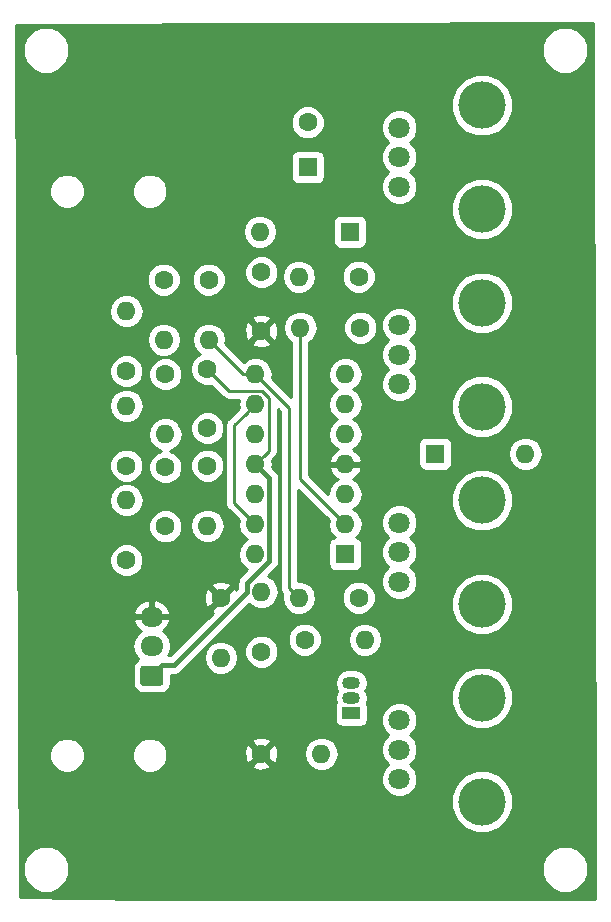
<source format=gbr>
G04 #@! TF.GenerationSoftware,KiCad,Pcbnew,(5.0.1)-rc2*
G04 #@! TF.CreationDate,2018-12-04T01:24:34-05:00*
G04 #@! TF.ProjectId,envelope,656E76656C6F70652E6B696361645F70,rev?*
G04 #@! TF.SameCoordinates,Original*
G04 #@! TF.FileFunction,Copper,L2,Bot,Signal*
G04 #@! TF.FilePolarity,Positive*
%FSLAX46Y46*%
G04 Gerber Fmt 4.6, Leading zero omitted, Abs format (unit mm)*
G04 Created by KiCad (PCBNEW (5.0.1)-rc2) date 12/4/2018 1:24:34 AM*
%MOMM*%
%LPD*%
G01*
G04 APERTURE LIST*
G04 #@! TA.AperFunction,ComponentPad*
%ADD10C,1.600000*%
G04 #@! TD*
G04 #@! TA.AperFunction,ComponentPad*
%ADD11O,1.600000X1.600000*%
G04 #@! TD*
G04 #@! TA.AperFunction,WasherPad*
%ADD12C,4.000000*%
G04 #@! TD*
G04 #@! TA.AperFunction,ComponentPad*
%ADD13C,1.800000*%
G04 #@! TD*
G04 #@! TA.AperFunction,ComponentPad*
%ADD14R,1.600000X1.600000*%
G04 #@! TD*
G04 #@! TA.AperFunction,Conductor*
%ADD15C,0.100000*%
G04 #@! TD*
G04 #@! TA.AperFunction,ComponentPad*
%ADD16C,1.700000*%
G04 #@! TD*
G04 #@! TA.AperFunction,ComponentPad*
%ADD17O,1.950000X1.700000*%
G04 #@! TD*
G04 #@! TA.AperFunction,ComponentPad*
%ADD18O,1.500000X1.050000*%
G04 #@! TD*
G04 #@! TA.AperFunction,ComponentPad*
%ADD19R,1.500000X1.050000*%
G04 #@! TD*
G04 #@! TA.AperFunction,Conductor*
%ADD20C,0.254000*%
G04 #@! TD*
G04 #@! TA.AperFunction,Conductor*
%ADD21C,0.381000*%
G04 #@! TD*
G04 APERTURE END LIST*
D10*
G04 #@! TO.P,R11,1*
G04 #@! TO.N,Net-(D1-Pad2)*
X144272000Y-45339000D03*
D11*
G04 #@! TO.P,R11,2*
G04 #@! TO.N,Net-(R11-Pad2)*
X144272000Y-50419000D03*
G04 #@! TD*
D12*
G04 #@! TO.P,RV_S1,*
G04 #@! TO.N,*
X167401000Y-72808332D03*
X167401000Y-64008332D03*
D13*
G04 #@! TO.P,RV_S1,1*
G04 #@! TO.N,Net-(R13-Pad2)*
X160401000Y-70908332D03*
G04 #@! TO.P,RV_S1,2*
G04 #@! TO.N,Net-(D2-Pad1)*
X160401000Y-68408332D03*
G04 #@! TO.P,RV_S1,3*
G04 #@! TO.N,Net-(R12-Pad1)*
X160401000Y-65908332D03*
G04 #@! TD*
G04 #@! TO.P,RV_R1,3*
G04 #@! TO.N,Net-(Q1-Pad3)*
X160401000Y-82630000D03*
G04 #@! TO.P,RV_R1,2*
G04 #@! TO.N,Net-(C5-Pad1)*
X160401000Y-85130000D03*
G04 #@! TO.P,RV_R1,1*
X160401000Y-87630000D03*
D12*
G04 #@! TO.P,RV_R1,*
G04 #@! TO.N,*
X167401000Y-80730000D03*
X167401000Y-89530000D03*
G04 #@! TD*
G04 #@! TO.P,RV_D1,*
G04 #@! TO.N,*
X167401000Y-56086666D03*
X167401000Y-47286666D03*
D13*
G04 #@! TO.P,RV_D1,1*
G04 #@! TO.N,Net-(D2-Pad2)*
X160401000Y-54186666D03*
G04 #@! TO.P,RV_D1,2*
G04 #@! TO.N,Net-(C5-Pad1)*
X160401000Y-51686666D03*
G04 #@! TO.P,RV_D1,3*
X160401000Y-49186666D03*
G04 #@! TD*
G04 #@! TO.P,RV_A1,3*
G04 #@! TO.N,Net-(C5-Pad1)*
X160401000Y-32465000D03*
G04 #@! TO.P,RV_A1,2*
X160401000Y-34965000D03*
G04 #@! TO.P,RV_A1,1*
G04 #@! TO.N,Net-(D1-Pad1)*
X160401000Y-37465000D03*
D12*
G04 #@! TO.P,RV_A1,*
G04 #@! TO.N,*
X167401000Y-30565000D03*
X167401000Y-39365000D03*
G04 #@! TD*
D14*
G04 #@! TO.P,C5,1*
G04 #@! TO.N,Net-(C5-Pad1)*
X152654000Y-35814000D03*
D10*
G04 #@! TO.P,C5,2*
G04 #@! TO.N,GND*
X152654000Y-32014000D03*
G04 #@! TD*
D15*
G04 #@! TO.N,-9V*
G04 #@! TO.C,J8*
G36*
X140195504Y-78018204D02*
X140219773Y-78021804D01*
X140243571Y-78027765D01*
X140266671Y-78036030D01*
X140288849Y-78046520D01*
X140309893Y-78059133D01*
X140329598Y-78073747D01*
X140347777Y-78090223D01*
X140364253Y-78108402D01*
X140378867Y-78128107D01*
X140391480Y-78149151D01*
X140401970Y-78171329D01*
X140410235Y-78194429D01*
X140416196Y-78218227D01*
X140419796Y-78242496D01*
X140421000Y-78267000D01*
X140421000Y-79467000D01*
X140419796Y-79491504D01*
X140416196Y-79515773D01*
X140410235Y-79539571D01*
X140401970Y-79562671D01*
X140391480Y-79584849D01*
X140378867Y-79605893D01*
X140364253Y-79625598D01*
X140347777Y-79643777D01*
X140329598Y-79660253D01*
X140309893Y-79674867D01*
X140288849Y-79687480D01*
X140266671Y-79697970D01*
X140243571Y-79706235D01*
X140219773Y-79712196D01*
X140195504Y-79715796D01*
X140171000Y-79717000D01*
X138721000Y-79717000D01*
X138696496Y-79715796D01*
X138672227Y-79712196D01*
X138648429Y-79706235D01*
X138625329Y-79697970D01*
X138603151Y-79687480D01*
X138582107Y-79674867D01*
X138562402Y-79660253D01*
X138544223Y-79643777D01*
X138527747Y-79625598D01*
X138513133Y-79605893D01*
X138500520Y-79584849D01*
X138490030Y-79562671D01*
X138481765Y-79539571D01*
X138475804Y-79515773D01*
X138472204Y-79491504D01*
X138471000Y-79467000D01*
X138471000Y-78267000D01*
X138472204Y-78242496D01*
X138475804Y-78218227D01*
X138481765Y-78194429D01*
X138490030Y-78171329D01*
X138500520Y-78149151D01*
X138513133Y-78128107D01*
X138527747Y-78108402D01*
X138544223Y-78090223D01*
X138562402Y-78073747D01*
X138582107Y-78059133D01*
X138603151Y-78046520D01*
X138625329Y-78036030D01*
X138648429Y-78027765D01*
X138672227Y-78021804D01*
X138696496Y-78018204D01*
X138721000Y-78017000D01*
X140171000Y-78017000D01*
X140195504Y-78018204D01*
X140195504Y-78018204D01*
G37*
D16*
G04 #@! TD*
G04 #@! TO.P,J8,1*
G04 #@! TO.N,-9V*
X139446000Y-78867000D03*
D17*
G04 #@! TO.P,J8,2*
G04 #@! TO.N,GND*
X139446000Y-76367000D03*
G04 #@! TO.P,J8,3*
G04 #@! TO.N,+9V*
X139446000Y-73867000D03*
G04 #@! TD*
D10*
G04 #@! TO.P,C1,2*
G04 #@! TO.N,-9V*
X144145000Y-52912000D03*
G04 #@! TO.P,C1,1*
G04 #@! TO.N,GND*
X144145000Y-57912000D03*
G04 #@! TD*
G04 #@! TO.P,C3,1*
G04 #@! TO.N,Net-(C3-Pad1)*
X140589000Y-61214000D03*
G04 #@! TO.P,C3,2*
G04 #@! TO.N,Net-(C3-Pad2)*
X140589000Y-66214000D03*
G04 #@! TD*
G04 #@! TO.P,C4,2*
G04 #@! TO.N,+9V*
X148717000Y-49704000D03*
G04 #@! TO.P,C4,1*
G04 #@! TO.N,GND*
X148717000Y-44704000D03*
G04 #@! TD*
D11*
G04 #@! TO.P,D1,2*
G04 #@! TO.N,Net-(D1-Pad2)*
X148590000Y-41275000D03*
D14*
G04 #@! TO.P,D1,1*
G04 #@! TO.N,Net-(D1-Pad1)*
X156210000Y-41275000D03*
G04 #@! TD*
G04 #@! TO.P,D2,1*
G04 #@! TO.N,Net-(D2-Pad1)*
X163449000Y-60071000D03*
D11*
G04 #@! TO.P,D2,2*
G04 #@! TO.N,Net-(D2-Pad2)*
X171069000Y-60071000D03*
G04 #@! TD*
D18*
G04 #@! TO.P,Q1,2*
G04 #@! TO.N,Net-(Q1-Pad2)*
X156337000Y-80772000D03*
G04 #@! TO.P,Q1,3*
G04 #@! TO.N,Net-(Q1-Pad3)*
X156337000Y-79502000D03*
D19*
G04 #@! TO.P,Q1,1*
G04 #@! TO.N,GND*
X156337000Y-82042000D03*
G04 #@! TD*
D11*
G04 #@! TO.P,R1,2*
G04 #@! TO.N,Net-(R1-Pad2)*
X145288000Y-77343000D03*
D10*
G04 #@! TO.P,R1,1*
G04 #@! TO.N,+9V*
X145288000Y-72263000D03*
G04 #@! TD*
D11*
G04 #@! TO.P,R2,2*
G04 #@! TO.N,Net-(R1-Pad2)*
X148717000Y-71755000D03*
D10*
G04 #@! TO.P,R2,1*
G04 #@! TO.N,GND*
X148717000Y-76835000D03*
G04 #@! TD*
G04 #@! TO.P,R3,1*
G04 #@! TO.N,Net-(J2-PadT)*
X140462000Y-45339000D03*
D11*
G04 #@! TO.P,R3,2*
G04 #@! TO.N,GND*
X140462000Y-50419000D03*
G04 #@! TD*
D10*
G04 #@! TO.P,R4,1*
G04 #@! TO.N,Net-(R4-Pad1)*
X137287000Y-69088000D03*
D11*
G04 #@! TO.P,R4,2*
G04 #@! TO.N,Net-(J2-PadT)*
X137287000Y-64008000D03*
G04 #@! TD*
D10*
G04 #@! TO.P,R5,1*
G04 #@! TO.N,Net-(R5-Pad1)*
X157099000Y-49403000D03*
D11*
G04 #@! TO.P,R5,2*
G04 #@! TO.N,Net-(R1-Pad2)*
X152019000Y-49403000D03*
G04 #@! TD*
G04 #@! TO.P,R6,2*
G04 #@! TO.N,Net-(C3-Pad2)*
X144145000Y-66167000D03*
D10*
G04 #@! TO.P,R6,1*
G04 #@! TO.N,Net-(R4-Pad1)*
X144145000Y-61087000D03*
G04 #@! TD*
G04 #@! TO.P,R7,1*
G04 #@! TO.N,Net-(R5-Pad1)*
X156972000Y-45085000D03*
D11*
G04 #@! TO.P,R7,2*
G04 #@! TO.N,Net-(R7-Pad2)*
X151892000Y-45085000D03*
G04 #@! TD*
D10*
G04 #@! TO.P,R8,1*
G04 #@! TO.N,GND*
X140589000Y-53340000D03*
D11*
G04 #@! TO.P,R8,2*
G04 #@! TO.N,Net-(C3-Pad1)*
X140589000Y-58420000D03*
G04 #@! TD*
G04 #@! TO.P,R9,2*
G04 #@! TO.N,Net-(R11-Pad2)*
X137287000Y-48006000D03*
D10*
G04 #@! TO.P,R9,1*
G04 #@! TO.N,Net-(C3-Pad1)*
X137287000Y-53086000D03*
G04 #@! TD*
D11*
G04 #@! TO.P,R10,2*
G04 #@! TO.N,Net-(C3-Pad2)*
X157480000Y-75819000D03*
D10*
G04 #@! TO.P,R10,1*
G04 #@! TO.N,Net-(Q1-Pad2)*
X152400000Y-75819000D03*
G04 #@! TD*
D11*
G04 #@! TO.P,R12,2*
G04 #@! TO.N,Net-(R11-Pad2)*
X151892000Y-72263000D03*
D10*
G04 #@! TO.P,R12,1*
G04 #@! TO.N,Net-(R12-Pad1)*
X156972000Y-72263000D03*
G04 #@! TD*
D11*
G04 #@! TO.P,R13,2*
G04 #@! TO.N,Net-(R13-Pad2)*
X153797000Y-85471000D03*
D10*
G04 #@! TO.P,R13,1*
G04 #@! TO.N,+9V*
X148717000Y-85471000D03*
G04 #@! TD*
G04 #@! TO.P,R14,1*
G04 #@! TO.N,Net-(J9-PadT)*
X137287000Y-61087000D03*
D11*
G04 #@! TO.P,R14,2*
G04 #@! TO.N,Net-(R14-Pad2)*
X137287000Y-56007000D03*
G04 #@! TD*
D14*
G04 #@! TO.P,U2,1*
G04 #@! TO.N,Net-(C3-Pad2)*
X155829000Y-68580000D03*
D11*
G04 #@! TO.P,U2,8*
G04 #@! TO.N,Net-(R11-Pad2)*
X148209000Y-53340000D03*
G04 #@! TO.P,U2,2*
G04 #@! TO.N,Net-(R1-Pad2)*
X155829000Y-66040000D03*
G04 #@! TO.P,U2,9*
G04 #@! TO.N,Net-(R14-Pad2)*
X148209000Y-55880000D03*
G04 #@! TO.P,U2,3*
G04 #@! TO.N,Net-(R4-Pad1)*
X155829000Y-63500000D03*
G04 #@! TO.P,U2,10*
G04 #@! TO.N,Net-(C3-Pad1)*
X148209000Y-58420000D03*
G04 #@! TO.P,U2,4*
G04 #@! TO.N,+9V*
X155829000Y-60960000D03*
G04 #@! TO.P,U2,11*
G04 #@! TO.N,-9V*
X148209000Y-60960000D03*
G04 #@! TO.P,U2,5*
G04 #@! TO.N,Net-(R5-Pad1)*
X155829000Y-58420000D03*
G04 #@! TO.P,U2,12*
G04 #@! TO.N,Net-(C5-Pad1)*
X148209000Y-63500000D03*
G04 #@! TO.P,U2,6*
G04 #@! TO.N,Net-(R14-Pad2)*
X155829000Y-55880000D03*
G04 #@! TO.P,U2,13*
X148209000Y-66040000D03*
G04 #@! TO.P,U2,7*
G04 #@! TO.N,Net-(R7-Pad2)*
X155829000Y-53340000D03*
G04 #@! TO.P,U2,14*
G04 #@! TO.N,Net-(R14-Pad2)*
X148209000Y-68580000D03*
G04 #@! TD*
D20*
G04 #@! TO.N,-9V*
X149008999Y-60160001D02*
X148209000Y-60960000D01*
X149336001Y-59832999D02*
X149008999Y-60160001D01*
X149336001Y-55339039D02*
X149336001Y-59832999D01*
X148749961Y-54752999D02*
X149336001Y-55339039D01*
X145985999Y-54752999D02*
X148749961Y-54752999D01*
X144145000Y-52912000D02*
X145985999Y-54752999D01*
D21*
X149008999Y-61759999D02*
X148209000Y-60960000D01*
X149399501Y-62150501D02*
X149008999Y-61759999D01*
X149399501Y-69151441D02*
X149399501Y-62150501D01*
X147526499Y-71024443D02*
X149399501Y-69151441D01*
X147526499Y-71786443D02*
X147526499Y-71024443D01*
X141344314Y-77968628D02*
X147526499Y-71786443D01*
X140344372Y-77968628D02*
X141344314Y-77968628D01*
X139446000Y-78867000D02*
X140344372Y-77968628D01*
D20*
G04 #@! TO.N,Net-(R1-Pad2)*
X152019000Y-62230000D02*
X155829000Y-66040000D01*
X152019000Y-49403000D02*
X152019000Y-62230000D01*
G04 #@! TO.N,Net-(R11-Pad2)*
X147193000Y-53340000D02*
X148209000Y-53340000D01*
X144272000Y-50419000D02*
X147193000Y-53340000D01*
X149008999Y-54139999D02*
X148209000Y-53340000D01*
X151092001Y-56223001D02*
X149008999Y-54139999D01*
X151092001Y-71463001D02*
X151092001Y-56223001D01*
X151892000Y-72263000D02*
X151092001Y-71463001D01*
G04 #@! TO.N,Net-(R14-Pad2)*
X147409001Y-56679999D02*
X148209000Y-55880000D01*
X146431000Y-57658000D02*
X147409001Y-56679999D01*
X146431000Y-64262000D02*
X146431000Y-57658000D01*
X148209000Y-66040000D02*
X146431000Y-64262000D01*
G04 #@! TD*
G04 #@! TO.N,+9V*
G36*
X176972918Y-97740000D02*
X138976346Y-97740000D01*
X128269464Y-97601130D01*
X128257699Y-94855159D01*
X128507500Y-94855159D01*
X128507500Y-95644841D01*
X128809699Y-96374412D01*
X129368088Y-96932801D01*
X130097659Y-97235000D01*
X130887341Y-97235000D01*
X131616912Y-96932801D01*
X132175301Y-96374412D01*
X132477500Y-95644841D01*
X132477500Y-94855159D01*
X172449500Y-94855159D01*
X172449500Y-95644841D01*
X172751699Y-96374412D01*
X173310088Y-96932801D01*
X174039659Y-97235000D01*
X174829341Y-97235000D01*
X175558912Y-96932801D01*
X176117301Y-96374412D01*
X176419500Y-95644841D01*
X176419500Y-94855159D01*
X176117301Y-94125588D01*
X175558912Y-93567199D01*
X174829341Y-93265000D01*
X174039659Y-93265000D01*
X173310088Y-93567199D01*
X172751699Y-94125588D01*
X172449500Y-94855159D01*
X132477500Y-94855159D01*
X132175301Y-94125588D01*
X131616912Y-93567199D01*
X130887341Y-93265000D01*
X130097659Y-93265000D01*
X129368088Y-93567199D01*
X128809699Y-94125588D01*
X128507500Y-94855159D01*
X128257699Y-94855159D01*
X128216772Y-85302615D01*
X130782000Y-85302615D01*
X130782000Y-85893385D01*
X131008078Y-86439185D01*
X131425815Y-86856922D01*
X131971615Y-87083000D01*
X132562385Y-87083000D01*
X133108185Y-86856922D01*
X133525922Y-86439185D01*
X133752000Y-85893385D01*
X133752000Y-85302615D01*
X137782000Y-85302615D01*
X137782000Y-85893385D01*
X138008078Y-86439185D01*
X138425815Y-86856922D01*
X138971615Y-87083000D01*
X139562385Y-87083000D01*
X140108185Y-86856922D01*
X140486362Y-86478745D01*
X147888861Y-86478745D01*
X147962995Y-86724864D01*
X148500223Y-86917965D01*
X149070454Y-86890778D01*
X149471005Y-86724864D01*
X149545139Y-86478745D01*
X148717000Y-85650605D01*
X147888861Y-86478745D01*
X140486362Y-86478745D01*
X140525922Y-86439185D01*
X140752000Y-85893385D01*
X140752000Y-85302615D01*
X140731956Y-85254223D01*
X147270035Y-85254223D01*
X147297222Y-85824454D01*
X147463136Y-86225005D01*
X147709255Y-86299139D01*
X148537395Y-85471000D01*
X148896605Y-85471000D01*
X149724745Y-86299139D01*
X149970864Y-86225005D01*
X150163965Y-85687777D01*
X150153630Y-85471000D01*
X152333887Y-85471000D01*
X152445260Y-86030909D01*
X152762423Y-86505577D01*
X153237091Y-86822740D01*
X153655667Y-86906000D01*
X153938333Y-86906000D01*
X154356909Y-86822740D01*
X154831577Y-86505577D01*
X155148740Y-86030909D01*
X155260113Y-85471000D01*
X155148740Y-84911091D01*
X154831577Y-84436423D01*
X154356909Y-84119260D01*
X153938333Y-84036000D01*
X153655667Y-84036000D01*
X153237091Y-84119260D01*
X152762423Y-84436423D01*
X152445260Y-84911091D01*
X152333887Y-85471000D01*
X150153630Y-85471000D01*
X150136778Y-85117546D01*
X149970864Y-84716995D01*
X149724745Y-84642861D01*
X148896605Y-85471000D01*
X148537395Y-85471000D01*
X147709255Y-84642861D01*
X147463136Y-84716995D01*
X147270035Y-85254223D01*
X140731956Y-85254223D01*
X140525922Y-84756815D01*
X140232362Y-84463255D01*
X147888861Y-84463255D01*
X148717000Y-85291395D01*
X149545139Y-84463255D01*
X149471005Y-84217136D01*
X148933777Y-84024035D01*
X148363546Y-84051222D01*
X147962995Y-84217136D01*
X147888861Y-84463255D01*
X140232362Y-84463255D01*
X140108185Y-84339078D01*
X139562385Y-84113000D01*
X138971615Y-84113000D01*
X138425815Y-84339078D01*
X138008078Y-84756815D01*
X137782000Y-85302615D01*
X133752000Y-85302615D01*
X133525922Y-84756815D01*
X133108185Y-84339078D01*
X132562385Y-84113000D01*
X131971615Y-84113000D01*
X131425815Y-84339078D01*
X131008078Y-84756815D01*
X130782000Y-85302615D01*
X128216772Y-85302615D01*
X128178489Y-76367000D01*
X137806908Y-76367000D01*
X137922161Y-76946418D01*
X138250375Y-77437625D01*
X138314156Y-77480242D01*
X138086414Y-77632414D01*
X137891874Y-77923565D01*
X137823560Y-78267000D01*
X137823560Y-79467000D01*
X137891874Y-79810435D01*
X138086414Y-80101586D01*
X138377565Y-80296126D01*
X138721000Y-80364440D01*
X140171000Y-80364440D01*
X140514435Y-80296126D01*
X140805586Y-80101586D01*
X141000126Y-79810435D01*
X141061478Y-79502000D01*
X154929275Y-79502000D01*
X155019305Y-79954609D01*
X155141174Y-80137000D01*
X155019305Y-80319391D01*
X154929275Y-80772000D01*
X155019157Y-81223867D01*
X154988843Y-81269235D01*
X154939560Y-81517000D01*
X154939560Y-82567000D01*
X154988843Y-82814765D01*
X155129191Y-83024809D01*
X155339235Y-83165157D01*
X155587000Y-83214440D01*
X157087000Y-83214440D01*
X157334765Y-83165157D01*
X157544809Y-83024809D01*
X157685157Y-82814765D01*
X157734440Y-82567000D01*
X157734440Y-82324670D01*
X158866000Y-82324670D01*
X158866000Y-82935330D01*
X159099690Y-83499507D01*
X159480183Y-83880000D01*
X159099690Y-84260493D01*
X158866000Y-84824670D01*
X158866000Y-85435330D01*
X159099690Y-85999507D01*
X159480183Y-86380000D01*
X159099690Y-86760493D01*
X158866000Y-87324670D01*
X158866000Y-87935330D01*
X159099690Y-88499507D01*
X159531493Y-88931310D01*
X160095670Y-89165000D01*
X160706330Y-89165000D01*
X161090513Y-89005866D01*
X164766000Y-89005866D01*
X164766000Y-90054134D01*
X165167155Y-91022608D01*
X165908392Y-91763845D01*
X166876866Y-92165000D01*
X167925134Y-92165000D01*
X168893608Y-91763845D01*
X169634845Y-91022608D01*
X170036000Y-90054134D01*
X170036000Y-89005866D01*
X169634845Y-88037392D01*
X168893608Y-87296155D01*
X167925134Y-86895000D01*
X166876866Y-86895000D01*
X165908392Y-87296155D01*
X165167155Y-88037392D01*
X164766000Y-89005866D01*
X161090513Y-89005866D01*
X161270507Y-88931310D01*
X161702310Y-88499507D01*
X161936000Y-87935330D01*
X161936000Y-87324670D01*
X161702310Y-86760493D01*
X161321817Y-86380000D01*
X161702310Y-85999507D01*
X161936000Y-85435330D01*
X161936000Y-84824670D01*
X161702310Y-84260493D01*
X161321817Y-83880000D01*
X161702310Y-83499507D01*
X161936000Y-82935330D01*
X161936000Y-82324670D01*
X161702310Y-81760493D01*
X161270507Y-81328690D01*
X160706330Y-81095000D01*
X160095670Y-81095000D01*
X159531493Y-81328690D01*
X159099690Y-81760493D01*
X158866000Y-82324670D01*
X157734440Y-82324670D01*
X157734440Y-81517000D01*
X157685157Y-81269235D01*
X157654843Y-81223867D01*
X157744725Y-80772000D01*
X157654695Y-80319391D01*
X157578841Y-80205866D01*
X164766000Y-80205866D01*
X164766000Y-81254134D01*
X165167155Y-82222608D01*
X165908392Y-82963845D01*
X166876866Y-83365000D01*
X167925134Y-83365000D01*
X168893608Y-82963845D01*
X169634845Y-82222608D01*
X170036000Y-81254134D01*
X170036000Y-80205866D01*
X169634845Y-79237392D01*
X168893608Y-78496155D01*
X167925134Y-78095000D01*
X166876866Y-78095000D01*
X165908392Y-78496155D01*
X165167155Y-79237392D01*
X164766000Y-80205866D01*
X157578841Y-80205866D01*
X157532826Y-80137000D01*
X157654695Y-79954609D01*
X157744725Y-79502000D01*
X157654695Y-79049391D01*
X157398313Y-78665687D01*
X157014609Y-78409305D01*
X156676246Y-78342000D01*
X155997754Y-78342000D01*
X155659391Y-78409305D01*
X155275687Y-78665687D01*
X155019305Y-79049391D01*
X154929275Y-79502000D01*
X141061478Y-79502000D01*
X141068440Y-79467000D01*
X141068440Y-78794128D01*
X141263013Y-78794128D01*
X141344314Y-78810300D01*
X141425615Y-78794128D01*
X141425617Y-78794128D01*
X141666408Y-78746232D01*
X141939466Y-78563780D01*
X141985523Y-78494851D01*
X143137374Y-77343000D01*
X143824887Y-77343000D01*
X143936260Y-77902909D01*
X144253423Y-78377577D01*
X144728091Y-78694740D01*
X145146667Y-78778000D01*
X145429333Y-78778000D01*
X145847909Y-78694740D01*
X146322577Y-78377577D01*
X146639740Y-77902909D01*
X146751113Y-77343000D01*
X146639740Y-76783091D01*
X146483701Y-76549561D01*
X147282000Y-76549561D01*
X147282000Y-77120439D01*
X147500466Y-77647862D01*
X147904138Y-78051534D01*
X148431561Y-78270000D01*
X149002439Y-78270000D01*
X149529862Y-78051534D01*
X149933534Y-77647862D01*
X150152000Y-77120439D01*
X150152000Y-76549561D01*
X149933534Y-76022138D01*
X149529862Y-75618466D01*
X149324884Y-75533561D01*
X150965000Y-75533561D01*
X150965000Y-76104439D01*
X151183466Y-76631862D01*
X151587138Y-77035534D01*
X152114561Y-77254000D01*
X152685439Y-77254000D01*
X153212862Y-77035534D01*
X153616534Y-76631862D01*
X153835000Y-76104439D01*
X153835000Y-75819000D01*
X156016887Y-75819000D01*
X156128260Y-76378909D01*
X156445423Y-76853577D01*
X156920091Y-77170740D01*
X157338667Y-77254000D01*
X157621333Y-77254000D01*
X158039909Y-77170740D01*
X158514577Y-76853577D01*
X158831740Y-76378909D01*
X158943113Y-75819000D01*
X158831740Y-75259091D01*
X158514577Y-74784423D01*
X158039909Y-74467260D01*
X157621333Y-74384000D01*
X157338667Y-74384000D01*
X156920091Y-74467260D01*
X156445423Y-74784423D01*
X156128260Y-75259091D01*
X156016887Y-75819000D01*
X153835000Y-75819000D01*
X153835000Y-75533561D01*
X153616534Y-75006138D01*
X153212862Y-74602466D01*
X152685439Y-74384000D01*
X152114561Y-74384000D01*
X151587138Y-74602466D01*
X151183466Y-75006138D01*
X150965000Y-75533561D01*
X149324884Y-75533561D01*
X149002439Y-75400000D01*
X148431561Y-75400000D01*
X147904138Y-75618466D01*
X147500466Y-76022138D01*
X147282000Y-76549561D01*
X146483701Y-76549561D01*
X146322577Y-76308423D01*
X145847909Y-75991260D01*
X145429333Y-75908000D01*
X145146667Y-75908000D01*
X144728091Y-75991260D01*
X144253423Y-76308423D01*
X143936260Y-76783091D01*
X143824887Y-77343000D01*
X143137374Y-77343000D01*
X147687443Y-72792932D01*
X148157091Y-73106740D01*
X148575667Y-73190000D01*
X148858333Y-73190000D01*
X149276909Y-73106740D01*
X149751577Y-72789577D01*
X150068740Y-72314909D01*
X150180113Y-71755000D01*
X150068740Y-71195091D01*
X149751577Y-70720423D01*
X149299812Y-70418563D01*
X149925727Y-69792648D01*
X149994653Y-69746593D01*
X150087912Y-69607022D01*
X150177105Y-69473536D01*
X150241173Y-69151441D01*
X150225001Y-69070138D01*
X150225001Y-62231798D01*
X150241172Y-62150500D01*
X150225001Y-62069202D01*
X150225001Y-62069198D01*
X150177105Y-61828407D01*
X149994653Y-61555349D01*
X149925724Y-61509292D01*
X149650209Y-61233777D01*
X149650205Y-61233771D01*
X149623057Y-61206623D01*
X149672113Y-60960000D01*
X149608157Y-60638473D01*
X149821747Y-60424883D01*
X149885372Y-60382370D01*
X150053789Y-60130316D01*
X150098001Y-59908047D01*
X150098001Y-59908046D01*
X150112929Y-59832999D01*
X150098001Y-59757952D01*
X150098001Y-56306632D01*
X150330002Y-56538633D01*
X150330001Y-71387958D01*
X150315074Y-71463001D01*
X150330001Y-71538044D01*
X150330001Y-71538048D01*
X150374213Y-71760317D01*
X150493397Y-71938689D01*
X150428887Y-72263000D01*
X150540260Y-72822909D01*
X150857423Y-73297577D01*
X151332091Y-73614740D01*
X151750667Y-73698000D01*
X152033333Y-73698000D01*
X152451909Y-73614740D01*
X152926577Y-73297577D01*
X153243740Y-72822909D01*
X153355113Y-72263000D01*
X153298336Y-71977561D01*
X155537000Y-71977561D01*
X155537000Y-72548439D01*
X155755466Y-73075862D01*
X156159138Y-73479534D01*
X156686561Y-73698000D01*
X157257439Y-73698000D01*
X157784862Y-73479534D01*
X158188534Y-73075862D01*
X158407000Y-72548439D01*
X158407000Y-71977561D01*
X158188534Y-71450138D01*
X157784862Y-71046466D01*
X157257439Y-70828000D01*
X156686561Y-70828000D01*
X156159138Y-71046466D01*
X155755466Y-71450138D01*
X155537000Y-71977561D01*
X153298336Y-71977561D01*
X153243740Y-71703091D01*
X152926577Y-71228423D01*
X152451909Y-70911260D01*
X152033333Y-70828000D01*
X151854001Y-70828000D01*
X151854001Y-63142631D01*
X154429843Y-65718473D01*
X154365887Y-66040000D01*
X154477260Y-66599909D01*
X154794423Y-67074577D01*
X154915106Y-67155215D01*
X154781235Y-67181843D01*
X154571191Y-67322191D01*
X154430843Y-67532235D01*
X154381560Y-67780000D01*
X154381560Y-69380000D01*
X154430843Y-69627765D01*
X154571191Y-69837809D01*
X154781235Y-69978157D01*
X155029000Y-70027440D01*
X156629000Y-70027440D01*
X156876765Y-69978157D01*
X157086809Y-69837809D01*
X157227157Y-69627765D01*
X157276440Y-69380000D01*
X157276440Y-67780000D01*
X157227157Y-67532235D01*
X157086809Y-67322191D01*
X156876765Y-67181843D01*
X156742894Y-67155215D01*
X156863577Y-67074577D01*
X157180740Y-66599909D01*
X157292113Y-66040000D01*
X157205189Y-65603002D01*
X158866000Y-65603002D01*
X158866000Y-66213662D01*
X159099690Y-66777839D01*
X159480183Y-67158332D01*
X159099690Y-67538825D01*
X158866000Y-68103002D01*
X158866000Y-68713662D01*
X159099690Y-69277839D01*
X159480183Y-69658332D01*
X159099690Y-70038825D01*
X158866000Y-70603002D01*
X158866000Y-71213662D01*
X159099690Y-71777839D01*
X159531493Y-72209642D01*
X160095670Y-72443332D01*
X160706330Y-72443332D01*
X161090513Y-72284198D01*
X164766000Y-72284198D01*
X164766000Y-73332466D01*
X165167155Y-74300940D01*
X165908392Y-75042177D01*
X166876866Y-75443332D01*
X167925134Y-75443332D01*
X168893608Y-75042177D01*
X169634845Y-74300940D01*
X170036000Y-73332466D01*
X170036000Y-72284198D01*
X169634845Y-71315724D01*
X168893608Y-70574487D01*
X167925134Y-70173332D01*
X166876866Y-70173332D01*
X165908392Y-70574487D01*
X165167155Y-71315724D01*
X164766000Y-72284198D01*
X161090513Y-72284198D01*
X161270507Y-72209642D01*
X161702310Y-71777839D01*
X161936000Y-71213662D01*
X161936000Y-70603002D01*
X161702310Y-70038825D01*
X161321817Y-69658332D01*
X161702310Y-69277839D01*
X161936000Y-68713662D01*
X161936000Y-68103002D01*
X161702310Y-67538825D01*
X161321817Y-67158332D01*
X161702310Y-66777839D01*
X161936000Y-66213662D01*
X161936000Y-65603002D01*
X161702310Y-65038825D01*
X161270507Y-64607022D01*
X160706330Y-64373332D01*
X160095670Y-64373332D01*
X159531493Y-64607022D01*
X159099690Y-65038825D01*
X158866000Y-65603002D01*
X157205189Y-65603002D01*
X157180740Y-65480091D01*
X156863577Y-65005423D01*
X156511242Y-64770000D01*
X156863577Y-64534577D01*
X157180740Y-64059909D01*
X157292113Y-63500000D01*
X157288970Y-63484198D01*
X164766000Y-63484198D01*
X164766000Y-64532466D01*
X165167155Y-65500940D01*
X165908392Y-66242177D01*
X166876866Y-66643332D01*
X167925134Y-66643332D01*
X168893608Y-66242177D01*
X169634845Y-65500940D01*
X170036000Y-64532466D01*
X170036000Y-63484198D01*
X169634845Y-62515724D01*
X168893608Y-61774487D01*
X167925134Y-61373332D01*
X166876866Y-61373332D01*
X165908392Y-61774487D01*
X165167155Y-62515724D01*
X164766000Y-63484198D01*
X157288970Y-63484198D01*
X157180740Y-62940091D01*
X156863577Y-62465423D01*
X156479892Y-62209053D01*
X156684134Y-62112389D01*
X157060041Y-61697423D01*
X157220904Y-61309039D01*
X157098915Y-61087000D01*
X155956000Y-61087000D01*
X155956000Y-61107000D01*
X155702000Y-61107000D01*
X155702000Y-61087000D01*
X154559085Y-61087000D01*
X154437096Y-61309039D01*
X154597959Y-61697423D01*
X154973866Y-62112389D01*
X155178108Y-62209053D01*
X154794423Y-62465423D01*
X154477260Y-62940091D01*
X154366010Y-63499380D01*
X152781000Y-61914370D01*
X152781000Y-53340000D01*
X154365887Y-53340000D01*
X154477260Y-53899909D01*
X154794423Y-54374577D01*
X155146758Y-54610000D01*
X154794423Y-54845423D01*
X154477260Y-55320091D01*
X154365887Y-55880000D01*
X154477260Y-56439909D01*
X154794423Y-56914577D01*
X155146758Y-57150000D01*
X154794423Y-57385423D01*
X154477260Y-57860091D01*
X154365887Y-58420000D01*
X154477260Y-58979909D01*
X154794423Y-59454577D01*
X155178108Y-59710947D01*
X154973866Y-59807611D01*
X154597959Y-60222577D01*
X154437096Y-60610961D01*
X154559085Y-60833000D01*
X155702000Y-60833000D01*
X155702000Y-60813000D01*
X155956000Y-60813000D01*
X155956000Y-60833000D01*
X157098915Y-60833000D01*
X157220904Y-60610961D01*
X157060041Y-60222577D01*
X156684134Y-59807611D01*
X156479892Y-59710947D01*
X156863577Y-59454577D01*
X156986239Y-59271000D01*
X162001560Y-59271000D01*
X162001560Y-60871000D01*
X162050843Y-61118765D01*
X162191191Y-61328809D01*
X162401235Y-61469157D01*
X162649000Y-61518440D01*
X164249000Y-61518440D01*
X164496765Y-61469157D01*
X164706809Y-61328809D01*
X164847157Y-61118765D01*
X164896440Y-60871000D01*
X164896440Y-60071000D01*
X169605887Y-60071000D01*
X169717260Y-60630909D01*
X170034423Y-61105577D01*
X170509091Y-61422740D01*
X170927667Y-61506000D01*
X171210333Y-61506000D01*
X171628909Y-61422740D01*
X172103577Y-61105577D01*
X172420740Y-60630909D01*
X172532113Y-60071000D01*
X172420740Y-59511091D01*
X172103577Y-59036423D01*
X171628909Y-58719260D01*
X171210333Y-58636000D01*
X170927667Y-58636000D01*
X170509091Y-58719260D01*
X170034423Y-59036423D01*
X169717260Y-59511091D01*
X169605887Y-60071000D01*
X164896440Y-60071000D01*
X164896440Y-59271000D01*
X164847157Y-59023235D01*
X164706809Y-58813191D01*
X164496765Y-58672843D01*
X164249000Y-58623560D01*
X162649000Y-58623560D01*
X162401235Y-58672843D01*
X162191191Y-58813191D01*
X162050843Y-59023235D01*
X162001560Y-59271000D01*
X156986239Y-59271000D01*
X157180740Y-58979909D01*
X157292113Y-58420000D01*
X157180740Y-57860091D01*
X156863577Y-57385423D01*
X156511242Y-57150000D01*
X156863577Y-56914577D01*
X157180740Y-56439909D01*
X157292113Y-55880000D01*
X157180740Y-55320091D01*
X156863577Y-54845423D01*
X156511242Y-54610000D01*
X156863577Y-54374577D01*
X157180740Y-53899909D01*
X157292113Y-53340000D01*
X157180740Y-52780091D01*
X156863577Y-52305423D01*
X156388909Y-51988260D01*
X155970333Y-51905000D01*
X155687667Y-51905000D01*
X155269091Y-51988260D01*
X154794423Y-52305423D01*
X154477260Y-52780091D01*
X154365887Y-53340000D01*
X152781000Y-53340000D01*
X152781000Y-50619707D01*
X153053577Y-50437577D01*
X153370740Y-49962909D01*
X153482113Y-49403000D01*
X153425336Y-49117561D01*
X155664000Y-49117561D01*
X155664000Y-49688439D01*
X155882466Y-50215862D01*
X156286138Y-50619534D01*
X156813561Y-50838000D01*
X157384439Y-50838000D01*
X157911862Y-50619534D01*
X158315534Y-50215862D01*
X158534000Y-49688439D01*
X158534000Y-49117561D01*
X158436153Y-48881336D01*
X158866000Y-48881336D01*
X158866000Y-49491996D01*
X159099690Y-50056173D01*
X159480183Y-50436666D01*
X159099690Y-50817159D01*
X158866000Y-51381336D01*
X158866000Y-51991996D01*
X159099690Y-52556173D01*
X159480183Y-52936666D01*
X159099690Y-53317159D01*
X158866000Y-53881336D01*
X158866000Y-54491996D01*
X159099690Y-55056173D01*
X159531493Y-55487976D01*
X160095670Y-55721666D01*
X160706330Y-55721666D01*
X161090513Y-55562532D01*
X164766000Y-55562532D01*
X164766000Y-56610800D01*
X165167155Y-57579274D01*
X165908392Y-58320511D01*
X166876866Y-58721666D01*
X167925134Y-58721666D01*
X168893608Y-58320511D01*
X169634845Y-57579274D01*
X170036000Y-56610800D01*
X170036000Y-55562532D01*
X169634845Y-54594058D01*
X168893608Y-53852821D01*
X167925134Y-53451666D01*
X166876866Y-53451666D01*
X165908392Y-53852821D01*
X165167155Y-54594058D01*
X164766000Y-55562532D01*
X161090513Y-55562532D01*
X161270507Y-55487976D01*
X161702310Y-55056173D01*
X161936000Y-54491996D01*
X161936000Y-53881336D01*
X161702310Y-53317159D01*
X161321817Y-52936666D01*
X161702310Y-52556173D01*
X161936000Y-51991996D01*
X161936000Y-51381336D01*
X161702310Y-50817159D01*
X161321817Y-50436666D01*
X161702310Y-50056173D01*
X161936000Y-49491996D01*
X161936000Y-48881336D01*
X161702310Y-48317159D01*
X161270507Y-47885356D01*
X160706330Y-47651666D01*
X160095670Y-47651666D01*
X159531493Y-47885356D01*
X159099690Y-48317159D01*
X158866000Y-48881336D01*
X158436153Y-48881336D01*
X158315534Y-48590138D01*
X157911862Y-48186466D01*
X157384439Y-47968000D01*
X156813561Y-47968000D01*
X156286138Y-48186466D01*
X155882466Y-48590138D01*
X155664000Y-49117561D01*
X153425336Y-49117561D01*
X153370740Y-48843091D01*
X153053577Y-48368423D01*
X152578909Y-48051260D01*
X152160333Y-47968000D01*
X151877667Y-47968000D01*
X151459091Y-48051260D01*
X150984423Y-48368423D01*
X150667260Y-48843091D01*
X150555887Y-49403000D01*
X150667260Y-49962909D01*
X150984423Y-50437577D01*
X151257000Y-50619707D01*
X151257000Y-55310370D01*
X149608157Y-53661527D01*
X149672113Y-53340000D01*
X149560740Y-52780091D01*
X149243577Y-52305423D01*
X148768909Y-51988260D01*
X148350333Y-51905000D01*
X148067667Y-51905000D01*
X147649091Y-51988260D01*
X147211368Y-52280737D01*
X145671157Y-50740527D01*
X145676882Y-50711745D01*
X147888861Y-50711745D01*
X147962995Y-50957864D01*
X148500223Y-51150965D01*
X149070454Y-51123778D01*
X149471005Y-50957864D01*
X149545139Y-50711745D01*
X148717000Y-49883605D01*
X147888861Y-50711745D01*
X145676882Y-50711745D01*
X145735113Y-50419000D01*
X145623740Y-49859091D01*
X145375266Y-49487223D01*
X147270035Y-49487223D01*
X147297222Y-50057454D01*
X147463136Y-50458005D01*
X147709255Y-50532139D01*
X148537395Y-49704000D01*
X148896605Y-49704000D01*
X149724745Y-50532139D01*
X149970864Y-50458005D01*
X150163965Y-49920777D01*
X150136778Y-49350546D01*
X149970864Y-48949995D01*
X149724745Y-48875861D01*
X148896605Y-49704000D01*
X148537395Y-49704000D01*
X147709255Y-48875861D01*
X147463136Y-48949995D01*
X147270035Y-49487223D01*
X145375266Y-49487223D01*
X145306577Y-49384423D01*
X144831909Y-49067260D01*
X144413333Y-48984000D01*
X144130667Y-48984000D01*
X143712091Y-49067260D01*
X143237423Y-49384423D01*
X142920260Y-49859091D01*
X142808887Y-50419000D01*
X142920260Y-50978909D01*
X143237423Y-51453577D01*
X143497145Y-51627118D01*
X143332138Y-51695466D01*
X142928466Y-52099138D01*
X142710000Y-52626561D01*
X142710000Y-53197439D01*
X142928466Y-53724862D01*
X143332138Y-54128534D01*
X143859561Y-54347000D01*
X144430439Y-54347000D01*
X144481302Y-54325932D01*
X145394116Y-55238747D01*
X145436628Y-55302370D01*
X145688682Y-55470787D01*
X145910951Y-55514999D01*
X145910952Y-55514999D01*
X145985999Y-55529927D01*
X146061046Y-55514999D01*
X146818490Y-55514999D01*
X146745887Y-55880000D01*
X146809843Y-56201526D01*
X145945251Y-57066119D01*
X145881630Y-57108629D01*
X145839119Y-57172251D01*
X145839118Y-57172252D01*
X145713213Y-57360683D01*
X145654073Y-57658000D01*
X145669001Y-57733048D01*
X145669000Y-64186957D01*
X145654073Y-64262000D01*
X145669000Y-64337043D01*
X145669000Y-64337047D01*
X145713212Y-64559316D01*
X145881629Y-64811371D01*
X145945253Y-64853883D01*
X146809843Y-65718473D01*
X146745887Y-66040000D01*
X146857260Y-66599909D01*
X147174423Y-67074577D01*
X147526758Y-67310000D01*
X147174423Y-67545423D01*
X146857260Y-68020091D01*
X146745887Y-68580000D01*
X146857260Y-69139909D01*
X147174423Y-69614577D01*
X147530806Y-69852704D01*
X147000274Y-70383236D01*
X146931348Y-70429291D01*
X146748896Y-70702349D01*
X146707341Y-70911260D01*
X146684827Y-71024443D01*
X146700999Y-71105744D01*
X146700999Y-71444510D01*
X146569586Y-71575923D01*
X146541864Y-71508995D01*
X146295745Y-71434861D01*
X145467605Y-72263000D01*
X145481748Y-72277143D01*
X145302143Y-72456748D01*
X145288000Y-72442605D01*
X144459861Y-73270745D01*
X144533995Y-73516864D01*
X144603620Y-73541890D01*
X141002382Y-77143128D01*
X140838402Y-77143128D01*
X140969839Y-76946418D01*
X141085092Y-76367000D01*
X140969839Y-75787582D01*
X140641625Y-75296375D01*
X140368313Y-75113754D01*
X140773497Y-74738193D01*
X141012476Y-74223890D01*
X140891155Y-73994000D01*
X139573000Y-73994000D01*
X139573000Y-74014000D01*
X139319000Y-74014000D01*
X139319000Y-73994000D01*
X138000845Y-73994000D01*
X137879524Y-74223890D01*
X138118503Y-74738193D01*
X138523687Y-75113754D01*
X138250375Y-75296375D01*
X137922161Y-75787582D01*
X137806908Y-76367000D01*
X128178489Y-76367000D01*
X128166249Y-73510110D01*
X137879524Y-73510110D01*
X138000845Y-73740000D01*
X139319000Y-73740000D01*
X139319000Y-72540835D01*
X139573000Y-72540835D01*
X139573000Y-73740000D01*
X140891155Y-73740000D01*
X141012476Y-73510110D01*
X140773497Y-72995807D01*
X140348571Y-72601947D01*
X139805267Y-72400680D01*
X139573000Y-72540835D01*
X139319000Y-72540835D01*
X139086733Y-72400680D01*
X138543429Y-72601947D01*
X138118503Y-72995807D01*
X137879524Y-73510110D01*
X128166249Y-73510110D01*
X128159977Y-72046223D01*
X143841035Y-72046223D01*
X143868222Y-72616454D01*
X144034136Y-73017005D01*
X144280255Y-73091139D01*
X145108395Y-72263000D01*
X144280255Y-71434861D01*
X144034136Y-71508995D01*
X143841035Y-72046223D01*
X128159977Y-72046223D01*
X128156588Y-71255255D01*
X144459861Y-71255255D01*
X145288000Y-72083395D01*
X146116139Y-71255255D01*
X146042005Y-71009136D01*
X145504777Y-70816035D01*
X144934546Y-70843222D01*
X144533995Y-71009136D01*
X144459861Y-71255255D01*
X128156588Y-71255255D01*
X128146079Y-68802561D01*
X135852000Y-68802561D01*
X135852000Y-69373439D01*
X136070466Y-69900862D01*
X136474138Y-70304534D01*
X137001561Y-70523000D01*
X137572439Y-70523000D01*
X138099862Y-70304534D01*
X138503534Y-69900862D01*
X138722000Y-69373439D01*
X138722000Y-68802561D01*
X138503534Y-68275138D01*
X138099862Y-67871466D01*
X137572439Y-67653000D01*
X137001561Y-67653000D01*
X136474138Y-67871466D01*
X136070466Y-68275138D01*
X135852000Y-68802561D01*
X128146079Y-68802561D01*
X128133765Y-65928561D01*
X139154000Y-65928561D01*
X139154000Y-66499439D01*
X139372466Y-67026862D01*
X139776138Y-67430534D01*
X140303561Y-67649000D01*
X140874439Y-67649000D01*
X141401862Y-67430534D01*
X141805534Y-67026862D01*
X142024000Y-66499439D01*
X142024000Y-66167000D01*
X142681887Y-66167000D01*
X142793260Y-66726909D01*
X143110423Y-67201577D01*
X143585091Y-67518740D01*
X144003667Y-67602000D01*
X144286333Y-67602000D01*
X144704909Y-67518740D01*
X145179577Y-67201577D01*
X145496740Y-66726909D01*
X145608113Y-66167000D01*
X145496740Y-65607091D01*
X145179577Y-65132423D01*
X144704909Y-64815260D01*
X144286333Y-64732000D01*
X144003667Y-64732000D01*
X143585091Y-64815260D01*
X143110423Y-65132423D01*
X142793260Y-65607091D01*
X142681887Y-66167000D01*
X142024000Y-66167000D01*
X142024000Y-65928561D01*
X141805534Y-65401138D01*
X141401862Y-64997466D01*
X140874439Y-64779000D01*
X140303561Y-64779000D01*
X139776138Y-64997466D01*
X139372466Y-65401138D01*
X139154000Y-65928561D01*
X128133765Y-65928561D01*
X128125536Y-64008000D01*
X135823887Y-64008000D01*
X135935260Y-64567909D01*
X136252423Y-65042577D01*
X136727091Y-65359740D01*
X137145667Y-65443000D01*
X137428333Y-65443000D01*
X137846909Y-65359740D01*
X138321577Y-65042577D01*
X138638740Y-64567909D01*
X138750113Y-64008000D01*
X138638740Y-63448091D01*
X138321577Y-62973423D01*
X137846909Y-62656260D01*
X137428333Y-62573000D01*
X137145667Y-62573000D01*
X136727091Y-62656260D01*
X136252423Y-62973423D01*
X135935260Y-63448091D01*
X135823887Y-64008000D01*
X128125536Y-64008000D01*
X128111799Y-60801561D01*
X135852000Y-60801561D01*
X135852000Y-61372439D01*
X136070466Y-61899862D01*
X136474138Y-62303534D01*
X137001561Y-62522000D01*
X137572439Y-62522000D01*
X138099862Y-62303534D01*
X138503534Y-61899862D01*
X138722000Y-61372439D01*
X138722000Y-60801561D01*
X138503534Y-60274138D01*
X138099862Y-59870466D01*
X137572439Y-59652000D01*
X137001561Y-59652000D01*
X136474138Y-59870466D01*
X136070466Y-60274138D01*
X135852000Y-60801561D01*
X128111799Y-60801561D01*
X128101595Y-58420000D01*
X139125887Y-58420000D01*
X139237260Y-58979909D01*
X139554423Y-59454577D01*
X140029091Y-59771740D01*
X140226357Y-59810979D01*
X139776138Y-59997466D01*
X139372466Y-60401138D01*
X139154000Y-60928561D01*
X139154000Y-61499439D01*
X139372466Y-62026862D01*
X139776138Y-62430534D01*
X140303561Y-62649000D01*
X140874439Y-62649000D01*
X141401862Y-62430534D01*
X141805534Y-62026862D01*
X142024000Y-61499439D01*
X142024000Y-60928561D01*
X141971395Y-60801561D01*
X142710000Y-60801561D01*
X142710000Y-61372439D01*
X142928466Y-61899862D01*
X143332138Y-62303534D01*
X143859561Y-62522000D01*
X144430439Y-62522000D01*
X144957862Y-62303534D01*
X145361534Y-61899862D01*
X145580000Y-61372439D01*
X145580000Y-60801561D01*
X145361534Y-60274138D01*
X144957862Y-59870466D01*
X144430439Y-59652000D01*
X143859561Y-59652000D01*
X143332138Y-59870466D01*
X142928466Y-60274138D01*
X142710000Y-60801561D01*
X141971395Y-60801561D01*
X141805534Y-60401138D01*
X141401862Y-59997466D01*
X140951643Y-59810979D01*
X141148909Y-59771740D01*
X141623577Y-59454577D01*
X141940740Y-58979909D01*
X142052113Y-58420000D01*
X141940740Y-57860091D01*
X141784701Y-57626561D01*
X142710000Y-57626561D01*
X142710000Y-58197439D01*
X142928466Y-58724862D01*
X143332138Y-59128534D01*
X143859561Y-59347000D01*
X144430439Y-59347000D01*
X144957862Y-59128534D01*
X145361534Y-58724862D01*
X145580000Y-58197439D01*
X145580000Y-57626561D01*
X145361534Y-57099138D01*
X144957862Y-56695466D01*
X144430439Y-56477000D01*
X143859561Y-56477000D01*
X143332138Y-56695466D01*
X142928466Y-57099138D01*
X142710000Y-57626561D01*
X141784701Y-57626561D01*
X141623577Y-57385423D01*
X141148909Y-57068260D01*
X140730333Y-56985000D01*
X140447667Y-56985000D01*
X140029091Y-57068260D01*
X139554423Y-57385423D01*
X139237260Y-57860091D01*
X139125887Y-58420000D01*
X128101595Y-58420000D01*
X128091256Y-56007000D01*
X135823887Y-56007000D01*
X135935260Y-56566909D01*
X136252423Y-57041577D01*
X136727091Y-57358740D01*
X137145667Y-57442000D01*
X137428333Y-57442000D01*
X137846909Y-57358740D01*
X138321577Y-57041577D01*
X138638740Y-56566909D01*
X138750113Y-56007000D01*
X138638740Y-55447091D01*
X138321577Y-54972423D01*
X137846909Y-54655260D01*
X137428333Y-54572000D01*
X137145667Y-54572000D01*
X136727091Y-54655260D01*
X136252423Y-54972423D01*
X135935260Y-55447091D01*
X135823887Y-56007000D01*
X128091256Y-56007000D01*
X128077519Y-52800561D01*
X135852000Y-52800561D01*
X135852000Y-53371439D01*
X136070466Y-53898862D01*
X136474138Y-54302534D01*
X137001561Y-54521000D01*
X137572439Y-54521000D01*
X138099862Y-54302534D01*
X138503534Y-53898862D01*
X138722000Y-53371439D01*
X138722000Y-53054561D01*
X139154000Y-53054561D01*
X139154000Y-53625439D01*
X139372466Y-54152862D01*
X139776138Y-54556534D01*
X140303561Y-54775000D01*
X140874439Y-54775000D01*
X141401862Y-54556534D01*
X141805534Y-54152862D01*
X142024000Y-53625439D01*
X142024000Y-53054561D01*
X141805534Y-52527138D01*
X141401862Y-52123466D01*
X140874439Y-51905000D01*
X140303561Y-51905000D01*
X139776138Y-52123466D01*
X139372466Y-52527138D01*
X139154000Y-53054561D01*
X138722000Y-53054561D01*
X138722000Y-52800561D01*
X138503534Y-52273138D01*
X138099862Y-51869466D01*
X137572439Y-51651000D01*
X137001561Y-51651000D01*
X136474138Y-51869466D01*
X136070466Y-52273138D01*
X135852000Y-52800561D01*
X128077519Y-52800561D01*
X128067315Y-50419000D01*
X138998887Y-50419000D01*
X139110260Y-50978909D01*
X139427423Y-51453577D01*
X139902091Y-51770740D01*
X140320667Y-51854000D01*
X140603333Y-51854000D01*
X141021909Y-51770740D01*
X141496577Y-51453577D01*
X141813740Y-50978909D01*
X141925113Y-50419000D01*
X141813740Y-49859091D01*
X141496577Y-49384423D01*
X141021909Y-49067260D01*
X140603333Y-48984000D01*
X140320667Y-48984000D01*
X139902091Y-49067260D01*
X139427423Y-49384423D01*
X139110260Y-49859091D01*
X138998887Y-50419000D01*
X128067315Y-50419000D01*
X128056976Y-48006000D01*
X135823887Y-48006000D01*
X135935260Y-48565909D01*
X136252423Y-49040577D01*
X136727091Y-49357740D01*
X137145667Y-49441000D01*
X137428333Y-49441000D01*
X137846909Y-49357740D01*
X138321577Y-49040577D01*
X138551645Y-48696255D01*
X147888861Y-48696255D01*
X148717000Y-49524395D01*
X149545139Y-48696255D01*
X149471005Y-48450136D01*
X148933777Y-48257035D01*
X148363546Y-48284222D01*
X147962995Y-48450136D01*
X147888861Y-48696255D01*
X138551645Y-48696255D01*
X138638740Y-48565909D01*
X138750113Y-48006000D01*
X138638740Y-47446091D01*
X138321577Y-46971423D01*
X137846909Y-46654260D01*
X137428333Y-46571000D01*
X137145667Y-46571000D01*
X136727091Y-46654260D01*
X136252423Y-46971423D01*
X135935260Y-47446091D01*
X135823887Y-48006000D01*
X128056976Y-48006000D01*
X128044327Y-45053561D01*
X139027000Y-45053561D01*
X139027000Y-45624439D01*
X139245466Y-46151862D01*
X139649138Y-46555534D01*
X140176561Y-46774000D01*
X140747439Y-46774000D01*
X141274862Y-46555534D01*
X141678534Y-46151862D01*
X141897000Y-45624439D01*
X141897000Y-45053561D01*
X142837000Y-45053561D01*
X142837000Y-45624439D01*
X143055466Y-46151862D01*
X143459138Y-46555534D01*
X143986561Y-46774000D01*
X144557439Y-46774000D01*
X144585125Y-46762532D01*
X164766000Y-46762532D01*
X164766000Y-47810800D01*
X165167155Y-48779274D01*
X165908392Y-49520511D01*
X166876866Y-49921666D01*
X167925134Y-49921666D01*
X168893608Y-49520511D01*
X169634845Y-48779274D01*
X170036000Y-47810800D01*
X170036000Y-46762532D01*
X169634845Y-45794058D01*
X168893608Y-45052821D01*
X167925134Y-44651666D01*
X166876866Y-44651666D01*
X165908392Y-45052821D01*
X165167155Y-45794058D01*
X164766000Y-46762532D01*
X144585125Y-46762532D01*
X145084862Y-46555534D01*
X145488534Y-46151862D01*
X145707000Y-45624439D01*
X145707000Y-45053561D01*
X145488534Y-44526138D01*
X145380957Y-44418561D01*
X147282000Y-44418561D01*
X147282000Y-44989439D01*
X147500466Y-45516862D01*
X147904138Y-45920534D01*
X148431561Y-46139000D01*
X149002439Y-46139000D01*
X149529862Y-45920534D01*
X149933534Y-45516862D01*
X150112417Y-45085000D01*
X150428887Y-45085000D01*
X150540260Y-45644909D01*
X150857423Y-46119577D01*
X151332091Y-46436740D01*
X151750667Y-46520000D01*
X152033333Y-46520000D01*
X152451909Y-46436740D01*
X152926577Y-46119577D01*
X153243740Y-45644909D01*
X153355113Y-45085000D01*
X153298336Y-44799561D01*
X155537000Y-44799561D01*
X155537000Y-45370439D01*
X155755466Y-45897862D01*
X156159138Y-46301534D01*
X156686561Y-46520000D01*
X157257439Y-46520000D01*
X157784862Y-46301534D01*
X158188534Y-45897862D01*
X158407000Y-45370439D01*
X158407000Y-44799561D01*
X158188534Y-44272138D01*
X157784862Y-43868466D01*
X157257439Y-43650000D01*
X156686561Y-43650000D01*
X156159138Y-43868466D01*
X155755466Y-44272138D01*
X155537000Y-44799561D01*
X153298336Y-44799561D01*
X153243740Y-44525091D01*
X152926577Y-44050423D01*
X152451909Y-43733260D01*
X152033333Y-43650000D01*
X151750667Y-43650000D01*
X151332091Y-43733260D01*
X150857423Y-44050423D01*
X150540260Y-44525091D01*
X150428887Y-45085000D01*
X150112417Y-45085000D01*
X150152000Y-44989439D01*
X150152000Y-44418561D01*
X149933534Y-43891138D01*
X149529862Y-43487466D01*
X149002439Y-43269000D01*
X148431561Y-43269000D01*
X147904138Y-43487466D01*
X147500466Y-43891138D01*
X147282000Y-44418561D01*
X145380957Y-44418561D01*
X145084862Y-44122466D01*
X144557439Y-43904000D01*
X143986561Y-43904000D01*
X143459138Y-44122466D01*
X143055466Y-44526138D01*
X142837000Y-45053561D01*
X141897000Y-45053561D01*
X141678534Y-44526138D01*
X141274862Y-44122466D01*
X140747439Y-43904000D01*
X140176561Y-43904000D01*
X139649138Y-44122466D01*
X139245466Y-44526138D01*
X139027000Y-45053561D01*
X128044327Y-45053561D01*
X128028137Y-41275000D01*
X147126887Y-41275000D01*
X147238260Y-41834909D01*
X147555423Y-42309577D01*
X148030091Y-42626740D01*
X148448667Y-42710000D01*
X148731333Y-42710000D01*
X149149909Y-42626740D01*
X149624577Y-42309577D01*
X149941740Y-41834909D01*
X150053113Y-41275000D01*
X149941740Y-40715091D01*
X149781317Y-40475000D01*
X154762560Y-40475000D01*
X154762560Y-42075000D01*
X154811843Y-42322765D01*
X154952191Y-42532809D01*
X155162235Y-42673157D01*
X155410000Y-42722440D01*
X157010000Y-42722440D01*
X157257765Y-42673157D01*
X157467809Y-42532809D01*
X157608157Y-42322765D01*
X157657440Y-42075000D01*
X157657440Y-40475000D01*
X157608157Y-40227235D01*
X157467809Y-40017191D01*
X157257765Y-39876843D01*
X157010000Y-39827560D01*
X155410000Y-39827560D01*
X155162235Y-39876843D01*
X154952191Y-40017191D01*
X154811843Y-40227235D01*
X154762560Y-40475000D01*
X149781317Y-40475000D01*
X149624577Y-40240423D01*
X149149909Y-39923260D01*
X148731333Y-39840000D01*
X148448667Y-39840000D01*
X148030091Y-39923260D01*
X147555423Y-40240423D01*
X147238260Y-40715091D01*
X147126887Y-41275000D01*
X128028137Y-41275000D01*
X128012179Y-37550615D01*
X130782000Y-37550615D01*
X130782000Y-38141385D01*
X131008078Y-38687185D01*
X131425815Y-39104922D01*
X131971615Y-39331000D01*
X132562385Y-39331000D01*
X133108185Y-39104922D01*
X133525922Y-38687185D01*
X133752000Y-38141385D01*
X133752000Y-37550615D01*
X137782000Y-37550615D01*
X137782000Y-38141385D01*
X138008078Y-38687185D01*
X138425815Y-39104922D01*
X138971615Y-39331000D01*
X139562385Y-39331000D01*
X140108185Y-39104922D01*
X140525922Y-38687185D01*
X140752000Y-38141385D01*
X140752000Y-37550615D01*
X140525922Y-37004815D01*
X140108185Y-36587078D01*
X139562385Y-36361000D01*
X138971615Y-36361000D01*
X138425815Y-36587078D01*
X138008078Y-37004815D01*
X137782000Y-37550615D01*
X133752000Y-37550615D01*
X133525922Y-37004815D01*
X133108185Y-36587078D01*
X132562385Y-36361000D01*
X131971615Y-36361000D01*
X131425815Y-36587078D01*
X131008078Y-37004815D01*
X130782000Y-37550615D01*
X128012179Y-37550615D01*
X128001311Y-35014000D01*
X151206560Y-35014000D01*
X151206560Y-36614000D01*
X151255843Y-36861765D01*
X151396191Y-37071809D01*
X151606235Y-37212157D01*
X151854000Y-37261440D01*
X153454000Y-37261440D01*
X153701765Y-37212157D01*
X153911809Y-37071809D01*
X154052157Y-36861765D01*
X154101440Y-36614000D01*
X154101440Y-35014000D01*
X154052157Y-34766235D01*
X153911809Y-34556191D01*
X153701765Y-34415843D01*
X153454000Y-34366560D01*
X151854000Y-34366560D01*
X151606235Y-34415843D01*
X151396191Y-34556191D01*
X151255843Y-34766235D01*
X151206560Y-35014000D01*
X128001311Y-35014000D01*
X127987235Y-31728561D01*
X151219000Y-31728561D01*
X151219000Y-32299439D01*
X151437466Y-32826862D01*
X151841138Y-33230534D01*
X152368561Y-33449000D01*
X152939439Y-33449000D01*
X153466862Y-33230534D01*
X153870534Y-32826862D01*
X154089000Y-32299439D01*
X154089000Y-32159670D01*
X158866000Y-32159670D01*
X158866000Y-32770330D01*
X159099690Y-33334507D01*
X159480183Y-33715000D01*
X159099690Y-34095493D01*
X158866000Y-34659670D01*
X158866000Y-35270330D01*
X159099690Y-35834507D01*
X159480183Y-36215000D01*
X159099690Y-36595493D01*
X158866000Y-37159670D01*
X158866000Y-37770330D01*
X159099690Y-38334507D01*
X159531493Y-38766310D01*
X160095670Y-39000000D01*
X160706330Y-39000000D01*
X161090513Y-38840866D01*
X164766000Y-38840866D01*
X164766000Y-39889134D01*
X165167155Y-40857608D01*
X165908392Y-41598845D01*
X166876866Y-42000000D01*
X167925134Y-42000000D01*
X168893608Y-41598845D01*
X169634845Y-40857608D01*
X170036000Y-39889134D01*
X170036000Y-38840866D01*
X169634845Y-37872392D01*
X168893608Y-37131155D01*
X167925134Y-36730000D01*
X166876866Y-36730000D01*
X165908392Y-37131155D01*
X165167155Y-37872392D01*
X164766000Y-38840866D01*
X161090513Y-38840866D01*
X161270507Y-38766310D01*
X161702310Y-38334507D01*
X161936000Y-37770330D01*
X161936000Y-37159670D01*
X161702310Y-36595493D01*
X161321817Y-36215000D01*
X161702310Y-35834507D01*
X161936000Y-35270330D01*
X161936000Y-34659670D01*
X161702310Y-34095493D01*
X161321817Y-33715000D01*
X161702310Y-33334507D01*
X161936000Y-32770330D01*
X161936000Y-32159670D01*
X161702310Y-31595493D01*
X161270507Y-31163690D01*
X160706330Y-30930000D01*
X160095670Y-30930000D01*
X159531493Y-31163690D01*
X159099690Y-31595493D01*
X158866000Y-32159670D01*
X154089000Y-32159670D01*
X154089000Y-31728561D01*
X153870534Y-31201138D01*
X153466862Y-30797466D01*
X152939439Y-30579000D01*
X152368561Y-30579000D01*
X151841138Y-30797466D01*
X151437466Y-31201138D01*
X151219000Y-31728561D01*
X127987235Y-31728561D01*
X127980004Y-30040866D01*
X164766000Y-30040866D01*
X164766000Y-31089134D01*
X165167155Y-32057608D01*
X165908392Y-32798845D01*
X166876866Y-33200000D01*
X167925134Y-33200000D01*
X168893608Y-32798845D01*
X169634845Y-32057608D01*
X170036000Y-31089134D01*
X170036000Y-30040866D01*
X169634845Y-29072392D01*
X168893608Y-28331155D01*
X167925134Y-27930000D01*
X166876866Y-27930000D01*
X165908392Y-28331155D01*
X165167155Y-29072392D01*
X164766000Y-30040866D01*
X127980004Y-30040866D01*
X127960604Y-25513159D01*
X128507500Y-25513159D01*
X128507500Y-26302841D01*
X128809699Y-27032412D01*
X129368088Y-27590801D01*
X130097659Y-27893000D01*
X130887341Y-27893000D01*
X131616912Y-27590801D01*
X132175301Y-27032412D01*
X132477500Y-26302841D01*
X132477500Y-25513159D01*
X172449500Y-25513159D01*
X172449500Y-26302841D01*
X172751699Y-27032412D01*
X173310088Y-27590801D01*
X174039659Y-27893000D01*
X174829341Y-27893000D01*
X175558912Y-27590801D01*
X176117301Y-27032412D01*
X176419500Y-26302841D01*
X176419500Y-25513159D01*
X176117301Y-24783588D01*
X175558912Y-24225199D01*
X174829341Y-23923000D01*
X174039659Y-23923000D01*
X173310088Y-24225199D01*
X172751699Y-24783588D01*
X172449500Y-25513159D01*
X132477500Y-25513159D01*
X132175301Y-24783588D01*
X131616912Y-24225199D01*
X130887341Y-23923000D01*
X130097659Y-23923000D01*
X129368088Y-24225199D01*
X128809699Y-24783588D01*
X128507500Y-25513159D01*
X127960604Y-25513159D01*
X127953044Y-23748671D01*
X176784323Y-23622329D01*
X176972918Y-97740000D01*
X176972918Y-97740000D01*
G37*
X176972918Y-97740000D02*
X138976346Y-97740000D01*
X128269464Y-97601130D01*
X128257699Y-94855159D01*
X128507500Y-94855159D01*
X128507500Y-95644841D01*
X128809699Y-96374412D01*
X129368088Y-96932801D01*
X130097659Y-97235000D01*
X130887341Y-97235000D01*
X131616912Y-96932801D01*
X132175301Y-96374412D01*
X132477500Y-95644841D01*
X132477500Y-94855159D01*
X172449500Y-94855159D01*
X172449500Y-95644841D01*
X172751699Y-96374412D01*
X173310088Y-96932801D01*
X174039659Y-97235000D01*
X174829341Y-97235000D01*
X175558912Y-96932801D01*
X176117301Y-96374412D01*
X176419500Y-95644841D01*
X176419500Y-94855159D01*
X176117301Y-94125588D01*
X175558912Y-93567199D01*
X174829341Y-93265000D01*
X174039659Y-93265000D01*
X173310088Y-93567199D01*
X172751699Y-94125588D01*
X172449500Y-94855159D01*
X132477500Y-94855159D01*
X132175301Y-94125588D01*
X131616912Y-93567199D01*
X130887341Y-93265000D01*
X130097659Y-93265000D01*
X129368088Y-93567199D01*
X128809699Y-94125588D01*
X128507500Y-94855159D01*
X128257699Y-94855159D01*
X128216772Y-85302615D01*
X130782000Y-85302615D01*
X130782000Y-85893385D01*
X131008078Y-86439185D01*
X131425815Y-86856922D01*
X131971615Y-87083000D01*
X132562385Y-87083000D01*
X133108185Y-86856922D01*
X133525922Y-86439185D01*
X133752000Y-85893385D01*
X133752000Y-85302615D01*
X137782000Y-85302615D01*
X137782000Y-85893385D01*
X138008078Y-86439185D01*
X138425815Y-86856922D01*
X138971615Y-87083000D01*
X139562385Y-87083000D01*
X140108185Y-86856922D01*
X140486362Y-86478745D01*
X147888861Y-86478745D01*
X147962995Y-86724864D01*
X148500223Y-86917965D01*
X149070454Y-86890778D01*
X149471005Y-86724864D01*
X149545139Y-86478745D01*
X148717000Y-85650605D01*
X147888861Y-86478745D01*
X140486362Y-86478745D01*
X140525922Y-86439185D01*
X140752000Y-85893385D01*
X140752000Y-85302615D01*
X140731956Y-85254223D01*
X147270035Y-85254223D01*
X147297222Y-85824454D01*
X147463136Y-86225005D01*
X147709255Y-86299139D01*
X148537395Y-85471000D01*
X148896605Y-85471000D01*
X149724745Y-86299139D01*
X149970864Y-86225005D01*
X150163965Y-85687777D01*
X150153630Y-85471000D01*
X152333887Y-85471000D01*
X152445260Y-86030909D01*
X152762423Y-86505577D01*
X153237091Y-86822740D01*
X153655667Y-86906000D01*
X153938333Y-86906000D01*
X154356909Y-86822740D01*
X154831577Y-86505577D01*
X155148740Y-86030909D01*
X155260113Y-85471000D01*
X155148740Y-84911091D01*
X154831577Y-84436423D01*
X154356909Y-84119260D01*
X153938333Y-84036000D01*
X153655667Y-84036000D01*
X153237091Y-84119260D01*
X152762423Y-84436423D01*
X152445260Y-84911091D01*
X152333887Y-85471000D01*
X150153630Y-85471000D01*
X150136778Y-85117546D01*
X149970864Y-84716995D01*
X149724745Y-84642861D01*
X148896605Y-85471000D01*
X148537395Y-85471000D01*
X147709255Y-84642861D01*
X147463136Y-84716995D01*
X147270035Y-85254223D01*
X140731956Y-85254223D01*
X140525922Y-84756815D01*
X140232362Y-84463255D01*
X147888861Y-84463255D01*
X148717000Y-85291395D01*
X149545139Y-84463255D01*
X149471005Y-84217136D01*
X148933777Y-84024035D01*
X148363546Y-84051222D01*
X147962995Y-84217136D01*
X147888861Y-84463255D01*
X140232362Y-84463255D01*
X140108185Y-84339078D01*
X139562385Y-84113000D01*
X138971615Y-84113000D01*
X138425815Y-84339078D01*
X138008078Y-84756815D01*
X137782000Y-85302615D01*
X133752000Y-85302615D01*
X133525922Y-84756815D01*
X133108185Y-84339078D01*
X132562385Y-84113000D01*
X131971615Y-84113000D01*
X131425815Y-84339078D01*
X131008078Y-84756815D01*
X130782000Y-85302615D01*
X128216772Y-85302615D01*
X128178489Y-76367000D01*
X137806908Y-76367000D01*
X137922161Y-76946418D01*
X138250375Y-77437625D01*
X138314156Y-77480242D01*
X138086414Y-77632414D01*
X137891874Y-77923565D01*
X137823560Y-78267000D01*
X137823560Y-79467000D01*
X137891874Y-79810435D01*
X138086414Y-80101586D01*
X138377565Y-80296126D01*
X138721000Y-80364440D01*
X140171000Y-80364440D01*
X140514435Y-80296126D01*
X140805586Y-80101586D01*
X141000126Y-79810435D01*
X141061478Y-79502000D01*
X154929275Y-79502000D01*
X155019305Y-79954609D01*
X155141174Y-80137000D01*
X155019305Y-80319391D01*
X154929275Y-80772000D01*
X155019157Y-81223867D01*
X154988843Y-81269235D01*
X154939560Y-81517000D01*
X154939560Y-82567000D01*
X154988843Y-82814765D01*
X155129191Y-83024809D01*
X155339235Y-83165157D01*
X155587000Y-83214440D01*
X157087000Y-83214440D01*
X157334765Y-83165157D01*
X157544809Y-83024809D01*
X157685157Y-82814765D01*
X157734440Y-82567000D01*
X157734440Y-82324670D01*
X158866000Y-82324670D01*
X158866000Y-82935330D01*
X159099690Y-83499507D01*
X159480183Y-83880000D01*
X159099690Y-84260493D01*
X158866000Y-84824670D01*
X158866000Y-85435330D01*
X159099690Y-85999507D01*
X159480183Y-86380000D01*
X159099690Y-86760493D01*
X158866000Y-87324670D01*
X158866000Y-87935330D01*
X159099690Y-88499507D01*
X159531493Y-88931310D01*
X160095670Y-89165000D01*
X160706330Y-89165000D01*
X161090513Y-89005866D01*
X164766000Y-89005866D01*
X164766000Y-90054134D01*
X165167155Y-91022608D01*
X165908392Y-91763845D01*
X166876866Y-92165000D01*
X167925134Y-92165000D01*
X168893608Y-91763845D01*
X169634845Y-91022608D01*
X170036000Y-90054134D01*
X170036000Y-89005866D01*
X169634845Y-88037392D01*
X168893608Y-87296155D01*
X167925134Y-86895000D01*
X166876866Y-86895000D01*
X165908392Y-87296155D01*
X165167155Y-88037392D01*
X164766000Y-89005866D01*
X161090513Y-89005866D01*
X161270507Y-88931310D01*
X161702310Y-88499507D01*
X161936000Y-87935330D01*
X161936000Y-87324670D01*
X161702310Y-86760493D01*
X161321817Y-86380000D01*
X161702310Y-85999507D01*
X161936000Y-85435330D01*
X161936000Y-84824670D01*
X161702310Y-84260493D01*
X161321817Y-83880000D01*
X161702310Y-83499507D01*
X161936000Y-82935330D01*
X161936000Y-82324670D01*
X161702310Y-81760493D01*
X161270507Y-81328690D01*
X160706330Y-81095000D01*
X160095670Y-81095000D01*
X159531493Y-81328690D01*
X159099690Y-81760493D01*
X158866000Y-82324670D01*
X157734440Y-82324670D01*
X157734440Y-81517000D01*
X157685157Y-81269235D01*
X157654843Y-81223867D01*
X157744725Y-80772000D01*
X157654695Y-80319391D01*
X157578841Y-80205866D01*
X164766000Y-80205866D01*
X164766000Y-81254134D01*
X165167155Y-82222608D01*
X165908392Y-82963845D01*
X166876866Y-83365000D01*
X167925134Y-83365000D01*
X168893608Y-82963845D01*
X169634845Y-82222608D01*
X170036000Y-81254134D01*
X170036000Y-80205866D01*
X169634845Y-79237392D01*
X168893608Y-78496155D01*
X167925134Y-78095000D01*
X166876866Y-78095000D01*
X165908392Y-78496155D01*
X165167155Y-79237392D01*
X164766000Y-80205866D01*
X157578841Y-80205866D01*
X157532826Y-80137000D01*
X157654695Y-79954609D01*
X157744725Y-79502000D01*
X157654695Y-79049391D01*
X157398313Y-78665687D01*
X157014609Y-78409305D01*
X156676246Y-78342000D01*
X155997754Y-78342000D01*
X155659391Y-78409305D01*
X155275687Y-78665687D01*
X155019305Y-79049391D01*
X154929275Y-79502000D01*
X141061478Y-79502000D01*
X141068440Y-79467000D01*
X141068440Y-78794128D01*
X141263013Y-78794128D01*
X141344314Y-78810300D01*
X141425615Y-78794128D01*
X141425617Y-78794128D01*
X141666408Y-78746232D01*
X141939466Y-78563780D01*
X141985523Y-78494851D01*
X143137374Y-77343000D01*
X143824887Y-77343000D01*
X143936260Y-77902909D01*
X144253423Y-78377577D01*
X144728091Y-78694740D01*
X145146667Y-78778000D01*
X145429333Y-78778000D01*
X145847909Y-78694740D01*
X146322577Y-78377577D01*
X146639740Y-77902909D01*
X146751113Y-77343000D01*
X146639740Y-76783091D01*
X146483701Y-76549561D01*
X147282000Y-76549561D01*
X147282000Y-77120439D01*
X147500466Y-77647862D01*
X147904138Y-78051534D01*
X148431561Y-78270000D01*
X149002439Y-78270000D01*
X149529862Y-78051534D01*
X149933534Y-77647862D01*
X150152000Y-77120439D01*
X150152000Y-76549561D01*
X149933534Y-76022138D01*
X149529862Y-75618466D01*
X149324884Y-75533561D01*
X150965000Y-75533561D01*
X150965000Y-76104439D01*
X151183466Y-76631862D01*
X151587138Y-77035534D01*
X152114561Y-77254000D01*
X152685439Y-77254000D01*
X153212862Y-77035534D01*
X153616534Y-76631862D01*
X153835000Y-76104439D01*
X153835000Y-75819000D01*
X156016887Y-75819000D01*
X156128260Y-76378909D01*
X156445423Y-76853577D01*
X156920091Y-77170740D01*
X157338667Y-77254000D01*
X157621333Y-77254000D01*
X158039909Y-77170740D01*
X158514577Y-76853577D01*
X158831740Y-76378909D01*
X158943113Y-75819000D01*
X158831740Y-75259091D01*
X158514577Y-74784423D01*
X158039909Y-74467260D01*
X157621333Y-74384000D01*
X157338667Y-74384000D01*
X156920091Y-74467260D01*
X156445423Y-74784423D01*
X156128260Y-75259091D01*
X156016887Y-75819000D01*
X153835000Y-75819000D01*
X153835000Y-75533561D01*
X153616534Y-75006138D01*
X153212862Y-74602466D01*
X152685439Y-74384000D01*
X152114561Y-74384000D01*
X151587138Y-74602466D01*
X151183466Y-75006138D01*
X150965000Y-75533561D01*
X149324884Y-75533561D01*
X149002439Y-75400000D01*
X148431561Y-75400000D01*
X147904138Y-75618466D01*
X147500466Y-76022138D01*
X147282000Y-76549561D01*
X146483701Y-76549561D01*
X146322577Y-76308423D01*
X145847909Y-75991260D01*
X145429333Y-75908000D01*
X145146667Y-75908000D01*
X144728091Y-75991260D01*
X144253423Y-76308423D01*
X143936260Y-76783091D01*
X143824887Y-77343000D01*
X143137374Y-77343000D01*
X147687443Y-72792932D01*
X148157091Y-73106740D01*
X148575667Y-73190000D01*
X148858333Y-73190000D01*
X149276909Y-73106740D01*
X149751577Y-72789577D01*
X150068740Y-72314909D01*
X150180113Y-71755000D01*
X150068740Y-71195091D01*
X149751577Y-70720423D01*
X149299812Y-70418563D01*
X149925727Y-69792648D01*
X149994653Y-69746593D01*
X150087912Y-69607022D01*
X150177105Y-69473536D01*
X150241173Y-69151441D01*
X150225001Y-69070138D01*
X150225001Y-62231798D01*
X150241172Y-62150500D01*
X150225001Y-62069202D01*
X150225001Y-62069198D01*
X150177105Y-61828407D01*
X149994653Y-61555349D01*
X149925724Y-61509292D01*
X149650209Y-61233777D01*
X149650205Y-61233771D01*
X149623057Y-61206623D01*
X149672113Y-60960000D01*
X149608157Y-60638473D01*
X149821747Y-60424883D01*
X149885372Y-60382370D01*
X150053789Y-60130316D01*
X150098001Y-59908047D01*
X150098001Y-59908046D01*
X150112929Y-59832999D01*
X150098001Y-59757952D01*
X150098001Y-56306632D01*
X150330002Y-56538633D01*
X150330001Y-71387958D01*
X150315074Y-71463001D01*
X150330001Y-71538044D01*
X150330001Y-71538048D01*
X150374213Y-71760317D01*
X150493397Y-71938689D01*
X150428887Y-72263000D01*
X150540260Y-72822909D01*
X150857423Y-73297577D01*
X151332091Y-73614740D01*
X151750667Y-73698000D01*
X152033333Y-73698000D01*
X152451909Y-73614740D01*
X152926577Y-73297577D01*
X153243740Y-72822909D01*
X153355113Y-72263000D01*
X153298336Y-71977561D01*
X155537000Y-71977561D01*
X155537000Y-72548439D01*
X155755466Y-73075862D01*
X156159138Y-73479534D01*
X156686561Y-73698000D01*
X157257439Y-73698000D01*
X157784862Y-73479534D01*
X158188534Y-73075862D01*
X158407000Y-72548439D01*
X158407000Y-71977561D01*
X158188534Y-71450138D01*
X157784862Y-71046466D01*
X157257439Y-70828000D01*
X156686561Y-70828000D01*
X156159138Y-71046466D01*
X155755466Y-71450138D01*
X155537000Y-71977561D01*
X153298336Y-71977561D01*
X153243740Y-71703091D01*
X152926577Y-71228423D01*
X152451909Y-70911260D01*
X152033333Y-70828000D01*
X151854001Y-70828000D01*
X151854001Y-63142631D01*
X154429843Y-65718473D01*
X154365887Y-66040000D01*
X154477260Y-66599909D01*
X154794423Y-67074577D01*
X154915106Y-67155215D01*
X154781235Y-67181843D01*
X154571191Y-67322191D01*
X154430843Y-67532235D01*
X154381560Y-67780000D01*
X154381560Y-69380000D01*
X154430843Y-69627765D01*
X154571191Y-69837809D01*
X154781235Y-69978157D01*
X155029000Y-70027440D01*
X156629000Y-70027440D01*
X156876765Y-69978157D01*
X157086809Y-69837809D01*
X157227157Y-69627765D01*
X157276440Y-69380000D01*
X157276440Y-67780000D01*
X157227157Y-67532235D01*
X157086809Y-67322191D01*
X156876765Y-67181843D01*
X156742894Y-67155215D01*
X156863577Y-67074577D01*
X157180740Y-66599909D01*
X157292113Y-66040000D01*
X157205189Y-65603002D01*
X158866000Y-65603002D01*
X158866000Y-66213662D01*
X159099690Y-66777839D01*
X159480183Y-67158332D01*
X159099690Y-67538825D01*
X158866000Y-68103002D01*
X158866000Y-68713662D01*
X159099690Y-69277839D01*
X159480183Y-69658332D01*
X159099690Y-70038825D01*
X158866000Y-70603002D01*
X158866000Y-71213662D01*
X159099690Y-71777839D01*
X159531493Y-72209642D01*
X160095670Y-72443332D01*
X160706330Y-72443332D01*
X161090513Y-72284198D01*
X164766000Y-72284198D01*
X164766000Y-73332466D01*
X165167155Y-74300940D01*
X165908392Y-75042177D01*
X166876866Y-75443332D01*
X167925134Y-75443332D01*
X168893608Y-75042177D01*
X169634845Y-74300940D01*
X170036000Y-73332466D01*
X170036000Y-72284198D01*
X169634845Y-71315724D01*
X168893608Y-70574487D01*
X167925134Y-70173332D01*
X166876866Y-70173332D01*
X165908392Y-70574487D01*
X165167155Y-71315724D01*
X164766000Y-72284198D01*
X161090513Y-72284198D01*
X161270507Y-72209642D01*
X161702310Y-71777839D01*
X161936000Y-71213662D01*
X161936000Y-70603002D01*
X161702310Y-70038825D01*
X161321817Y-69658332D01*
X161702310Y-69277839D01*
X161936000Y-68713662D01*
X161936000Y-68103002D01*
X161702310Y-67538825D01*
X161321817Y-67158332D01*
X161702310Y-66777839D01*
X161936000Y-66213662D01*
X161936000Y-65603002D01*
X161702310Y-65038825D01*
X161270507Y-64607022D01*
X160706330Y-64373332D01*
X160095670Y-64373332D01*
X159531493Y-64607022D01*
X159099690Y-65038825D01*
X158866000Y-65603002D01*
X157205189Y-65603002D01*
X157180740Y-65480091D01*
X156863577Y-65005423D01*
X156511242Y-64770000D01*
X156863577Y-64534577D01*
X157180740Y-64059909D01*
X157292113Y-63500000D01*
X157288970Y-63484198D01*
X164766000Y-63484198D01*
X164766000Y-64532466D01*
X165167155Y-65500940D01*
X165908392Y-66242177D01*
X166876866Y-66643332D01*
X167925134Y-66643332D01*
X168893608Y-66242177D01*
X169634845Y-65500940D01*
X170036000Y-64532466D01*
X170036000Y-63484198D01*
X169634845Y-62515724D01*
X168893608Y-61774487D01*
X167925134Y-61373332D01*
X166876866Y-61373332D01*
X165908392Y-61774487D01*
X165167155Y-62515724D01*
X164766000Y-63484198D01*
X157288970Y-63484198D01*
X157180740Y-62940091D01*
X156863577Y-62465423D01*
X156479892Y-62209053D01*
X156684134Y-62112389D01*
X157060041Y-61697423D01*
X157220904Y-61309039D01*
X157098915Y-61087000D01*
X155956000Y-61087000D01*
X155956000Y-61107000D01*
X155702000Y-61107000D01*
X155702000Y-61087000D01*
X154559085Y-61087000D01*
X154437096Y-61309039D01*
X154597959Y-61697423D01*
X154973866Y-62112389D01*
X155178108Y-62209053D01*
X154794423Y-62465423D01*
X154477260Y-62940091D01*
X154366010Y-63499380D01*
X152781000Y-61914370D01*
X152781000Y-53340000D01*
X154365887Y-53340000D01*
X154477260Y-53899909D01*
X154794423Y-54374577D01*
X155146758Y-54610000D01*
X154794423Y-54845423D01*
X154477260Y-55320091D01*
X154365887Y-55880000D01*
X154477260Y-56439909D01*
X154794423Y-56914577D01*
X155146758Y-57150000D01*
X154794423Y-57385423D01*
X154477260Y-57860091D01*
X154365887Y-58420000D01*
X154477260Y-58979909D01*
X154794423Y-59454577D01*
X155178108Y-59710947D01*
X154973866Y-59807611D01*
X154597959Y-60222577D01*
X154437096Y-60610961D01*
X154559085Y-60833000D01*
X155702000Y-60833000D01*
X155702000Y-60813000D01*
X155956000Y-60813000D01*
X155956000Y-60833000D01*
X157098915Y-60833000D01*
X157220904Y-60610961D01*
X157060041Y-60222577D01*
X156684134Y-59807611D01*
X156479892Y-59710947D01*
X156863577Y-59454577D01*
X156986239Y-59271000D01*
X162001560Y-59271000D01*
X162001560Y-60871000D01*
X162050843Y-61118765D01*
X162191191Y-61328809D01*
X162401235Y-61469157D01*
X162649000Y-61518440D01*
X164249000Y-61518440D01*
X164496765Y-61469157D01*
X164706809Y-61328809D01*
X164847157Y-61118765D01*
X164896440Y-60871000D01*
X164896440Y-60071000D01*
X169605887Y-60071000D01*
X169717260Y-60630909D01*
X170034423Y-61105577D01*
X170509091Y-61422740D01*
X170927667Y-61506000D01*
X171210333Y-61506000D01*
X171628909Y-61422740D01*
X172103577Y-61105577D01*
X172420740Y-60630909D01*
X172532113Y-60071000D01*
X172420740Y-59511091D01*
X172103577Y-59036423D01*
X171628909Y-58719260D01*
X171210333Y-58636000D01*
X170927667Y-58636000D01*
X170509091Y-58719260D01*
X170034423Y-59036423D01*
X169717260Y-59511091D01*
X169605887Y-60071000D01*
X164896440Y-60071000D01*
X164896440Y-59271000D01*
X164847157Y-59023235D01*
X164706809Y-58813191D01*
X164496765Y-58672843D01*
X164249000Y-58623560D01*
X162649000Y-58623560D01*
X162401235Y-58672843D01*
X162191191Y-58813191D01*
X162050843Y-59023235D01*
X162001560Y-59271000D01*
X156986239Y-59271000D01*
X157180740Y-58979909D01*
X157292113Y-58420000D01*
X157180740Y-57860091D01*
X156863577Y-57385423D01*
X156511242Y-57150000D01*
X156863577Y-56914577D01*
X157180740Y-56439909D01*
X157292113Y-55880000D01*
X157180740Y-55320091D01*
X156863577Y-54845423D01*
X156511242Y-54610000D01*
X156863577Y-54374577D01*
X157180740Y-53899909D01*
X157292113Y-53340000D01*
X157180740Y-52780091D01*
X156863577Y-52305423D01*
X156388909Y-51988260D01*
X155970333Y-51905000D01*
X155687667Y-51905000D01*
X155269091Y-51988260D01*
X154794423Y-52305423D01*
X154477260Y-52780091D01*
X154365887Y-53340000D01*
X152781000Y-53340000D01*
X152781000Y-50619707D01*
X153053577Y-50437577D01*
X153370740Y-49962909D01*
X153482113Y-49403000D01*
X153425336Y-49117561D01*
X155664000Y-49117561D01*
X155664000Y-49688439D01*
X155882466Y-50215862D01*
X156286138Y-50619534D01*
X156813561Y-50838000D01*
X157384439Y-50838000D01*
X157911862Y-50619534D01*
X158315534Y-50215862D01*
X158534000Y-49688439D01*
X158534000Y-49117561D01*
X158436153Y-48881336D01*
X158866000Y-48881336D01*
X158866000Y-49491996D01*
X159099690Y-50056173D01*
X159480183Y-50436666D01*
X159099690Y-50817159D01*
X158866000Y-51381336D01*
X158866000Y-51991996D01*
X159099690Y-52556173D01*
X159480183Y-52936666D01*
X159099690Y-53317159D01*
X158866000Y-53881336D01*
X158866000Y-54491996D01*
X159099690Y-55056173D01*
X159531493Y-55487976D01*
X160095670Y-55721666D01*
X160706330Y-55721666D01*
X161090513Y-55562532D01*
X164766000Y-55562532D01*
X164766000Y-56610800D01*
X165167155Y-57579274D01*
X165908392Y-58320511D01*
X166876866Y-58721666D01*
X167925134Y-58721666D01*
X168893608Y-58320511D01*
X169634845Y-57579274D01*
X170036000Y-56610800D01*
X170036000Y-55562532D01*
X169634845Y-54594058D01*
X168893608Y-53852821D01*
X167925134Y-53451666D01*
X166876866Y-53451666D01*
X165908392Y-53852821D01*
X165167155Y-54594058D01*
X164766000Y-55562532D01*
X161090513Y-55562532D01*
X161270507Y-55487976D01*
X161702310Y-55056173D01*
X161936000Y-54491996D01*
X161936000Y-53881336D01*
X161702310Y-53317159D01*
X161321817Y-52936666D01*
X161702310Y-52556173D01*
X161936000Y-51991996D01*
X161936000Y-51381336D01*
X161702310Y-50817159D01*
X161321817Y-50436666D01*
X161702310Y-50056173D01*
X161936000Y-49491996D01*
X161936000Y-48881336D01*
X161702310Y-48317159D01*
X161270507Y-47885356D01*
X160706330Y-47651666D01*
X160095670Y-47651666D01*
X159531493Y-47885356D01*
X159099690Y-48317159D01*
X158866000Y-48881336D01*
X158436153Y-48881336D01*
X158315534Y-48590138D01*
X157911862Y-48186466D01*
X157384439Y-47968000D01*
X156813561Y-47968000D01*
X156286138Y-48186466D01*
X155882466Y-48590138D01*
X155664000Y-49117561D01*
X153425336Y-49117561D01*
X153370740Y-48843091D01*
X153053577Y-48368423D01*
X152578909Y-48051260D01*
X152160333Y-47968000D01*
X151877667Y-47968000D01*
X151459091Y-48051260D01*
X150984423Y-48368423D01*
X150667260Y-48843091D01*
X150555887Y-49403000D01*
X150667260Y-49962909D01*
X150984423Y-50437577D01*
X151257000Y-50619707D01*
X151257000Y-55310370D01*
X149608157Y-53661527D01*
X149672113Y-53340000D01*
X149560740Y-52780091D01*
X149243577Y-52305423D01*
X148768909Y-51988260D01*
X148350333Y-51905000D01*
X148067667Y-51905000D01*
X147649091Y-51988260D01*
X147211368Y-52280737D01*
X145671157Y-50740527D01*
X145676882Y-50711745D01*
X147888861Y-50711745D01*
X147962995Y-50957864D01*
X148500223Y-51150965D01*
X149070454Y-51123778D01*
X149471005Y-50957864D01*
X149545139Y-50711745D01*
X148717000Y-49883605D01*
X147888861Y-50711745D01*
X145676882Y-50711745D01*
X145735113Y-50419000D01*
X145623740Y-49859091D01*
X145375266Y-49487223D01*
X147270035Y-49487223D01*
X147297222Y-50057454D01*
X147463136Y-50458005D01*
X147709255Y-50532139D01*
X148537395Y-49704000D01*
X148896605Y-49704000D01*
X149724745Y-50532139D01*
X149970864Y-50458005D01*
X150163965Y-49920777D01*
X150136778Y-49350546D01*
X149970864Y-48949995D01*
X149724745Y-48875861D01*
X148896605Y-49704000D01*
X148537395Y-49704000D01*
X147709255Y-48875861D01*
X147463136Y-48949995D01*
X147270035Y-49487223D01*
X145375266Y-49487223D01*
X145306577Y-49384423D01*
X144831909Y-49067260D01*
X144413333Y-48984000D01*
X144130667Y-48984000D01*
X143712091Y-49067260D01*
X143237423Y-49384423D01*
X142920260Y-49859091D01*
X142808887Y-50419000D01*
X142920260Y-50978909D01*
X143237423Y-51453577D01*
X143497145Y-51627118D01*
X143332138Y-51695466D01*
X142928466Y-52099138D01*
X142710000Y-52626561D01*
X142710000Y-53197439D01*
X142928466Y-53724862D01*
X143332138Y-54128534D01*
X143859561Y-54347000D01*
X144430439Y-54347000D01*
X144481302Y-54325932D01*
X145394116Y-55238747D01*
X145436628Y-55302370D01*
X145688682Y-55470787D01*
X145910951Y-55514999D01*
X145910952Y-55514999D01*
X145985999Y-55529927D01*
X146061046Y-55514999D01*
X146818490Y-55514999D01*
X146745887Y-55880000D01*
X146809843Y-56201526D01*
X145945251Y-57066119D01*
X145881630Y-57108629D01*
X145839119Y-57172251D01*
X145839118Y-57172252D01*
X145713213Y-57360683D01*
X145654073Y-57658000D01*
X145669001Y-57733048D01*
X145669000Y-64186957D01*
X145654073Y-64262000D01*
X145669000Y-64337043D01*
X145669000Y-64337047D01*
X145713212Y-64559316D01*
X145881629Y-64811371D01*
X145945253Y-64853883D01*
X146809843Y-65718473D01*
X146745887Y-66040000D01*
X146857260Y-66599909D01*
X147174423Y-67074577D01*
X147526758Y-67310000D01*
X147174423Y-67545423D01*
X146857260Y-68020091D01*
X146745887Y-68580000D01*
X146857260Y-69139909D01*
X147174423Y-69614577D01*
X147530806Y-69852704D01*
X147000274Y-70383236D01*
X146931348Y-70429291D01*
X146748896Y-70702349D01*
X146707341Y-70911260D01*
X146684827Y-71024443D01*
X146700999Y-71105744D01*
X146700999Y-71444510D01*
X146569586Y-71575923D01*
X146541864Y-71508995D01*
X146295745Y-71434861D01*
X145467605Y-72263000D01*
X145481748Y-72277143D01*
X145302143Y-72456748D01*
X145288000Y-72442605D01*
X144459861Y-73270745D01*
X144533995Y-73516864D01*
X144603620Y-73541890D01*
X141002382Y-77143128D01*
X140838402Y-77143128D01*
X140969839Y-76946418D01*
X141085092Y-76367000D01*
X140969839Y-75787582D01*
X140641625Y-75296375D01*
X140368313Y-75113754D01*
X140773497Y-74738193D01*
X141012476Y-74223890D01*
X140891155Y-73994000D01*
X139573000Y-73994000D01*
X139573000Y-74014000D01*
X139319000Y-74014000D01*
X139319000Y-73994000D01*
X138000845Y-73994000D01*
X137879524Y-74223890D01*
X138118503Y-74738193D01*
X138523687Y-75113754D01*
X138250375Y-75296375D01*
X137922161Y-75787582D01*
X137806908Y-76367000D01*
X128178489Y-76367000D01*
X128166249Y-73510110D01*
X137879524Y-73510110D01*
X138000845Y-73740000D01*
X139319000Y-73740000D01*
X139319000Y-72540835D01*
X139573000Y-72540835D01*
X139573000Y-73740000D01*
X140891155Y-73740000D01*
X141012476Y-73510110D01*
X140773497Y-72995807D01*
X140348571Y-72601947D01*
X139805267Y-72400680D01*
X139573000Y-72540835D01*
X139319000Y-72540835D01*
X139086733Y-72400680D01*
X138543429Y-72601947D01*
X138118503Y-72995807D01*
X137879524Y-73510110D01*
X128166249Y-73510110D01*
X128159977Y-72046223D01*
X143841035Y-72046223D01*
X143868222Y-72616454D01*
X144034136Y-73017005D01*
X144280255Y-73091139D01*
X145108395Y-72263000D01*
X144280255Y-71434861D01*
X144034136Y-71508995D01*
X143841035Y-72046223D01*
X128159977Y-72046223D01*
X128156588Y-71255255D01*
X144459861Y-71255255D01*
X145288000Y-72083395D01*
X146116139Y-71255255D01*
X146042005Y-71009136D01*
X145504777Y-70816035D01*
X144934546Y-70843222D01*
X144533995Y-71009136D01*
X144459861Y-71255255D01*
X128156588Y-71255255D01*
X128146079Y-68802561D01*
X135852000Y-68802561D01*
X135852000Y-69373439D01*
X136070466Y-69900862D01*
X136474138Y-70304534D01*
X137001561Y-70523000D01*
X137572439Y-70523000D01*
X138099862Y-70304534D01*
X138503534Y-69900862D01*
X138722000Y-69373439D01*
X138722000Y-68802561D01*
X138503534Y-68275138D01*
X138099862Y-67871466D01*
X137572439Y-67653000D01*
X137001561Y-67653000D01*
X136474138Y-67871466D01*
X136070466Y-68275138D01*
X135852000Y-68802561D01*
X128146079Y-68802561D01*
X128133765Y-65928561D01*
X139154000Y-65928561D01*
X139154000Y-66499439D01*
X139372466Y-67026862D01*
X139776138Y-67430534D01*
X140303561Y-67649000D01*
X140874439Y-67649000D01*
X141401862Y-67430534D01*
X141805534Y-67026862D01*
X142024000Y-66499439D01*
X142024000Y-66167000D01*
X142681887Y-66167000D01*
X142793260Y-66726909D01*
X143110423Y-67201577D01*
X143585091Y-67518740D01*
X144003667Y-67602000D01*
X144286333Y-67602000D01*
X144704909Y-67518740D01*
X145179577Y-67201577D01*
X145496740Y-66726909D01*
X145608113Y-66167000D01*
X145496740Y-65607091D01*
X145179577Y-65132423D01*
X144704909Y-64815260D01*
X144286333Y-64732000D01*
X144003667Y-64732000D01*
X143585091Y-64815260D01*
X143110423Y-65132423D01*
X142793260Y-65607091D01*
X142681887Y-66167000D01*
X142024000Y-66167000D01*
X142024000Y-65928561D01*
X141805534Y-65401138D01*
X141401862Y-64997466D01*
X140874439Y-64779000D01*
X140303561Y-64779000D01*
X139776138Y-64997466D01*
X139372466Y-65401138D01*
X139154000Y-65928561D01*
X128133765Y-65928561D01*
X128125536Y-64008000D01*
X135823887Y-64008000D01*
X135935260Y-64567909D01*
X136252423Y-65042577D01*
X136727091Y-65359740D01*
X137145667Y-65443000D01*
X137428333Y-65443000D01*
X137846909Y-65359740D01*
X138321577Y-65042577D01*
X138638740Y-64567909D01*
X138750113Y-64008000D01*
X138638740Y-63448091D01*
X138321577Y-62973423D01*
X137846909Y-62656260D01*
X137428333Y-62573000D01*
X137145667Y-62573000D01*
X136727091Y-62656260D01*
X136252423Y-62973423D01*
X135935260Y-63448091D01*
X135823887Y-64008000D01*
X128125536Y-64008000D01*
X128111799Y-60801561D01*
X135852000Y-60801561D01*
X135852000Y-61372439D01*
X136070466Y-61899862D01*
X136474138Y-62303534D01*
X137001561Y-62522000D01*
X137572439Y-62522000D01*
X138099862Y-62303534D01*
X138503534Y-61899862D01*
X138722000Y-61372439D01*
X138722000Y-60801561D01*
X138503534Y-60274138D01*
X138099862Y-59870466D01*
X137572439Y-59652000D01*
X137001561Y-59652000D01*
X136474138Y-59870466D01*
X136070466Y-60274138D01*
X135852000Y-60801561D01*
X128111799Y-60801561D01*
X128101595Y-58420000D01*
X139125887Y-58420000D01*
X139237260Y-58979909D01*
X139554423Y-59454577D01*
X140029091Y-59771740D01*
X140226357Y-59810979D01*
X139776138Y-59997466D01*
X139372466Y-60401138D01*
X139154000Y-60928561D01*
X139154000Y-61499439D01*
X139372466Y-62026862D01*
X139776138Y-62430534D01*
X140303561Y-62649000D01*
X140874439Y-62649000D01*
X141401862Y-62430534D01*
X141805534Y-62026862D01*
X142024000Y-61499439D01*
X142024000Y-60928561D01*
X141971395Y-60801561D01*
X142710000Y-60801561D01*
X142710000Y-61372439D01*
X142928466Y-61899862D01*
X143332138Y-62303534D01*
X143859561Y-62522000D01*
X144430439Y-62522000D01*
X144957862Y-62303534D01*
X145361534Y-61899862D01*
X145580000Y-61372439D01*
X145580000Y-60801561D01*
X145361534Y-60274138D01*
X144957862Y-59870466D01*
X144430439Y-59652000D01*
X143859561Y-59652000D01*
X143332138Y-59870466D01*
X142928466Y-60274138D01*
X142710000Y-60801561D01*
X141971395Y-60801561D01*
X141805534Y-60401138D01*
X141401862Y-59997466D01*
X140951643Y-59810979D01*
X141148909Y-59771740D01*
X141623577Y-59454577D01*
X141940740Y-58979909D01*
X142052113Y-58420000D01*
X141940740Y-57860091D01*
X141784701Y-57626561D01*
X142710000Y-57626561D01*
X142710000Y-58197439D01*
X142928466Y-58724862D01*
X143332138Y-59128534D01*
X143859561Y-59347000D01*
X144430439Y-59347000D01*
X144957862Y-59128534D01*
X145361534Y-58724862D01*
X145580000Y-58197439D01*
X145580000Y-57626561D01*
X145361534Y-57099138D01*
X144957862Y-56695466D01*
X144430439Y-56477000D01*
X143859561Y-56477000D01*
X143332138Y-56695466D01*
X142928466Y-57099138D01*
X142710000Y-57626561D01*
X141784701Y-57626561D01*
X141623577Y-57385423D01*
X141148909Y-57068260D01*
X140730333Y-56985000D01*
X140447667Y-56985000D01*
X140029091Y-57068260D01*
X139554423Y-57385423D01*
X139237260Y-57860091D01*
X139125887Y-58420000D01*
X128101595Y-58420000D01*
X128091256Y-56007000D01*
X135823887Y-56007000D01*
X135935260Y-56566909D01*
X136252423Y-57041577D01*
X136727091Y-57358740D01*
X137145667Y-57442000D01*
X137428333Y-57442000D01*
X137846909Y-57358740D01*
X138321577Y-57041577D01*
X138638740Y-56566909D01*
X138750113Y-56007000D01*
X138638740Y-55447091D01*
X138321577Y-54972423D01*
X137846909Y-54655260D01*
X137428333Y-54572000D01*
X137145667Y-54572000D01*
X136727091Y-54655260D01*
X136252423Y-54972423D01*
X135935260Y-55447091D01*
X135823887Y-56007000D01*
X128091256Y-56007000D01*
X128077519Y-52800561D01*
X135852000Y-52800561D01*
X135852000Y-53371439D01*
X136070466Y-53898862D01*
X136474138Y-54302534D01*
X137001561Y-54521000D01*
X137572439Y-54521000D01*
X138099862Y-54302534D01*
X138503534Y-53898862D01*
X138722000Y-53371439D01*
X138722000Y-53054561D01*
X139154000Y-53054561D01*
X139154000Y-53625439D01*
X139372466Y-54152862D01*
X139776138Y-54556534D01*
X140303561Y-54775000D01*
X140874439Y-54775000D01*
X141401862Y-54556534D01*
X141805534Y-54152862D01*
X142024000Y-53625439D01*
X142024000Y-53054561D01*
X141805534Y-52527138D01*
X141401862Y-52123466D01*
X140874439Y-51905000D01*
X140303561Y-51905000D01*
X139776138Y-52123466D01*
X139372466Y-52527138D01*
X139154000Y-53054561D01*
X138722000Y-53054561D01*
X138722000Y-52800561D01*
X138503534Y-52273138D01*
X138099862Y-51869466D01*
X137572439Y-51651000D01*
X137001561Y-51651000D01*
X136474138Y-51869466D01*
X136070466Y-52273138D01*
X135852000Y-52800561D01*
X128077519Y-52800561D01*
X128067315Y-50419000D01*
X138998887Y-50419000D01*
X139110260Y-50978909D01*
X139427423Y-51453577D01*
X139902091Y-51770740D01*
X140320667Y-51854000D01*
X140603333Y-51854000D01*
X141021909Y-51770740D01*
X141496577Y-51453577D01*
X141813740Y-50978909D01*
X141925113Y-50419000D01*
X141813740Y-49859091D01*
X141496577Y-49384423D01*
X141021909Y-49067260D01*
X140603333Y-48984000D01*
X140320667Y-48984000D01*
X139902091Y-49067260D01*
X139427423Y-49384423D01*
X139110260Y-49859091D01*
X138998887Y-50419000D01*
X128067315Y-50419000D01*
X128056976Y-48006000D01*
X135823887Y-48006000D01*
X135935260Y-48565909D01*
X136252423Y-49040577D01*
X136727091Y-49357740D01*
X137145667Y-49441000D01*
X137428333Y-49441000D01*
X137846909Y-49357740D01*
X138321577Y-49040577D01*
X138551645Y-48696255D01*
X147888861Y-48696255D01*
X148717000Y-49524395D01*
X149545139Y-48696255D01*
X149471005Y-48450136D01*
X148933777Y-48257035D01*
X148363546Y-48284222D01*
X147962995Y-48450136D01*
X147888861Y-48696255D01*
X138551645Y-48696255D01*
X138638740Y-48565909D01*
X138750113Y-48006000D01*
X138638740Y-47446091D01*
X138321577Y-46971423D01*
X137846909Y-46654260D01*
X137428333Y-46571000D01*
X137145667Y-46571000D01*
X136727091Y-46654260D01*
X136252423Y-46971423D01*
X135935260Y-47446091D01*
X135823887Y-48006000D01*
X128056976Y-48006000D01*
X128044327Y-45053561D01*
X139027000Y-45053561D01*
X139027000Y-45624439D01*
X139245466Y-46151862D01*
X139649138Y-46555534D01*
X140176561Y-46774000D01*
X140747439Y-46774000D01*
X141274862Y-46555534D01*
X141678534Y-46151862D01*
X141897000Y-45624439D01*
X141897000Y-45053561D01*
X142837000Y-45053561D01*
X142837000Y-45624439D01*
X143055466Y-46151862D01*
X143459138Y-46555534D01*
X143986561Y-46774000D01*
X144557439Y-46774000D01*
X144585125Y-46762532D01*
X164766000Y-46762532D01*
X164766000Y-47810800D01*
X165167155Y-48779274D01*
X165908392Y-49520511D01*
X166876866Y-49921666D01*
X167925134Y-49921666D01*
X168893608Y-49520511D01*
X169634845Y-48779274D01*
X170036000Y-47810800D01*
X170036000Y-46762532D01*
X169634845Y-45794058D01*
X168893608Y-45052821D01*
X167925134Y-44651666D01*
X166876866Y-44651666D01*
X165908392Y-45052821D01*
X165167155Y-45794058D01*
X164766000Y-46762532D01*
X144585125Y-46762532D01*
X145084862Y-46555534D01*
X145488534Y-46151862D01*
X145707000Y-45624439D01*
X145707000Y-45053561D01*
X145488534Y-44526138D01*
X145380957Y-44418561D01*
X147282000Y-44418561D01*
X147282000Y-44989439D01*
X147500466Y-45516862D01*
X147904138Y-45920534D01*
X148431561Y-46139000D01*
X149002439Y-46139000D01*
X149529862Y-45920534D01*
X149933534Y-45516862D01*
X150112417Y-45085000D01*
X150428887Y-45085000D01*
X150540260Y-45644909D01*
X150857423Y-46119577D01*
X151332091Y-46436740D01*
X151750667Y-46520000D01*
X152033333Y-46520000D01*
X152451909Y-46436740D01*
X152926577Y-46119577D01*
X153243740Y-45644909D01*
X153355113Y-45085000D01*
X153298336Y-44799561D01*
X155537000Y-44799561D01*
X155537000Y-45370439D01*
X155755466Y-45897862D01*
X156159138Y-46301534D01*
X156686561Y-46520000D01*
X157257439Y-46520000D01*
X157784862Y-46301534D01*
X158188534Y-45897862D01*
X158407000Y-45370439D01*
X158407000Y-44799561D01*
X158188534Y-44272138D01*
X157784862Y-43868466D01*
X157257439Y-43650000D01*
X156686561Y-43650000D01*
X156159138Y-43868466D01*
X155755466Y-44272138D01*
X155537000Y-44799561D01*
X153298336Y-44799561D01*
X153243740Y-44525091D01*
X152926577Y-44050423D01*
X152451909Y-43733260D01*
X152033333Y-43650000D01*
X151750667Y-43650000D01*
X151332091Y-43733260D01*
X150857423Y-44050423D01*
X150540260Y-44525091D01*
X150428887Y-45085000D01*
X150112417Y-45085000D01*
X150152000Y-44989439D01*
X150152000Y-44418561D01*
X149933534Y-43891138D01*
X149529862Y-43487466D01*
X149002439Y-43269000D01*
X148431561Y-43269000D01*
X147904138Y-43487466D01*
X147500466Y-43891138D01*
X147282000Y-44418561D01*
X145380957Y-44418561D01*
X145084862Y-44122466D01*
X144557439Y-43904000D01*
X143986561Y-43904000D01*
X143459138Y-44122466D01*
X143055466Y-44526138D01*
X142837000Y-45053561D01*
X141897000Y-45053561D01*
X141678534Y-44526138D01*
X141274862Y-44122466D01*
X140747439Y-43904000D01*
X140176561Y-43904000D01*
X139649138Y-44122466D01*
X139245466Y-44526138D01*
X139027000Y-45053561D01*
X128044327Y-45053561D01*
X128028137Y-41275000D01*
X147126887Y-41275000D01*
X147238260Y-41834909D01*
X147555423Y-42309577D01*
X148030091Y-42626740D01*
X148448667Y-42710000D01*
X148731333Y-42710000D01*
X149149909Y-42626740D01*
X149624577Y-42309577D01*
X149941740Y-41834909D01*
X150053113Y-41275000D01*
X149941740Y-40715091D01*
X149781317Y-40475000D01*
X154762560Y-40475000D01*
X154762560Y-42075000D01*
X154811843Y-42322765D01*
X154952191Y-42532809D01*
X155162235Y-42673157D01*
X155410000Y-42722440D01*
X157010000Y-42722440D01*
X157257765Y-42673157D01*
X157467809Y-42532809D01*
X157608157Y-42322765D01*
X157657440Y-42075000D01*
X157657440Y-40475000D01*
X157608157Y-40227235D01*
X157467809Y-40017191D01*
X157257765Y-39876843D01*
X157010000Y-39827560D01*
X155410000Y-39827560D01*
X155162235Y-39876843D01*
X154952191Y-40017191D01*
X154811843Y-40227235D01*
X154762560Y-40475000D01*
X149781317Y-40475000D01*
X149624577Y-40240423D01*
X149149909Y-39923260D01*
X148731333Y-39840000D01*
X148448667Y-39840000D01*
X148030091Y-39923260D01*
X147555423Y-40240423D01*
X147238260Y-40715091D01*
X147126887Y-41275000D01*
X128028137Y-41275000D01*
X128012179Y-37550615D01*
X130782000Y-37550615D01*
X130782000Y-38141385D01*
X131008078Y-38687185D01*
X131425815Y-39104922D01*
X131971615Y-39331000D01*
X132562385Y-39331000D01*
X133108185Y-39104922D01*
X133525922Y-38687185D01*
X133752000Y-38141385D01*
X133752000Y-37550615D01*
X137782000Y-37550615D01*
X137782000Y-38141385D01*
X138008078Y-38687185D01*
X138425815Y-39104922D01*
X138971615Y-39331000D01*
X139562385Y-39331000D01*
X140108185Y-39104922D01*
X140525922Y-38687185D01*
X140752000Y-38141385D01*
X140752000Y-37550615D01*
X140525922Y-37004815D01*
X140108185Y-36587078D01*
X139562385Y-36361000D01*
X138971615Y-36361000D01*
X138425815Y-36587078D01*
X138008078Y-37004815D01*
X137782000Y-37550615D01*
X133752000Y-37550615D01*
X133525922Y-37004815D01*
X133108185Y-36587078D01*
X132562385Y-36361000D01*
X131971615Y-36361000D01*
X131425815Y-36587078D01*
X131008078Y-37004815D01*
X130782000Y-37550615D01*
X128012179Y-37550615D01*
X128001311Y-35014000D01*
X151206560Y-35014000D01*
X151206560Y-36614000D01*
X151255843Y-36861765D01*
X151396191Y-37071809D01*
X151606235Y-37212157D01*
X151854000Y-37261440D01*
X153454000Y-37261440D01*
X153701765Y-37212157D01*
X153911809Y-37071809D01*
X154052157Y-36861765D01*
X154101440Y-36614000D01*
X154101440Y-35014000D01*
X154052157Y-34766235D01*
X153911809Y-34556191D01*
X153701765Y-34415843D01*
X153454000Y-34366560D01*
X151854000Y-34366560D01*
X151606235Y-34415843D01*
X151396191Y-34556191D01*
X151255843Y-34766235D01*
X151206560Y-35014000D01*
X128001311Y-35014000D01*
X127987235Y-31728561D01*
X151219000Y-31728561D01*
X151219000Y-32299439D01*
X151437466Y-32826862D01*
X151841138Y-33230534D01*
X152368561Y-33449000D01*
X152939439Y-33449000D01*
X153466862Y-33230534D01*
X153870534Y-32826862D01*
X154089000Y-32299439D01*
X154089000Y-32159670D01*
X158866000Y-32159670D01*
X158866000Y-32770330D01*
X159099690Y-33334507D01*
X159480183Y-33715000D01*
X159099690Y-34095493D01*
X158866000Y-34659670D01*
X158866000Y-35270330D01*
X159099690Y-35834507D01*
X159480183Y-36215000D01*
X159099690Y-36595493D01*
X158866000Y-37159670D01*
X158866000Y-37770330D01*
X159099690Y-38334507D01*
X159531493Y-38766310D01*
X160095670Y-39000000D01*
X160706330Y-39000000D01*
X161090513Y-38840866D01*
X164766000Y-38840866D01*
X164766000Y-39889134D01*
X165167155Y-40857608D01*
X165908392Y-41598845D01*
X166876866Y-42000000D01*
X167925134Y-42000000D01*
X168893608Y-41598845D01*
X169634845Y-40857608D01*
X170036000Y-39889134D01*
X170036000Y-38840866D01*
X169634845Y-37872392D01*
X168893608Y-37131155D01*
X167925134Y-36730000D01*
X166876866Y-36730000D01*
X165908392Y-37131155D01*
X165167155Y-37872392D01*
X164766000Y-38840866D01*
X161090513Y-38840866D01*
X161270507Y-38766310D01*
X161702310Y-38334507D01*
X161936000Y-37770330D01*
X161936000Y-37159670D01*
X161702310Y-36595493D01*
X161321817Y-36215000D01*
X161702310Y-35834507D01*
X161936000Y-35270330D01*
X161936000Y-34659670D01*
X161702310Y-34095493D01*
X161321817Y-33715000D01*
X161702310Y-33334507D01*
X161936000Y-32770330D01*
X161936000Y-32159670D01*
X161702310Y-31595493D01*
X161270507Y-31163690D01*
X160706330Y-30930000D01*
X160095670Y-30930000D01*
X159531493Y-31163690D01*
X159099690Y-31595493D01*
X158866000Y-32159670D01*
X154089000Y-32159670D01*
X154089000Y-31728561D01*
X153870534Y-31201138D01*
X153466862Y-30797466D01*
X152939439Y-30579000D01*
X152368561Y-30579000D01*
X151841138Y-30797466D01*
X151437466Y-31201138D01*
X151219000Y-31728561D01*
X127987235Y-31728561D01*
X127980004Y-30040866D01*
X164766000Y-30040866D01*
X164766000Y-31089134D01*
X165167155Y-32057608D01*
X165908392Y-32798845D01*
X166876866Y-33200000D01*
X167925134Y-33200000D01*
X168893608Y-32798845D01*
X169634845Y-32057608D01*
X170036000Y-31089134D01*
X170036000Y-30040866D01*
X169634845Y-29072392D01*
X168893608Y-28331155D01*
X167925134Y-27930000D01*
X166876866Y-27930000D01*
X165908392Y-28331155D01*
X165167155Y-29072392D01*
X164766000Y-30040866D01*
X127980004Y-30040866D01*
X127960604Y-25513159D01*
X128507500Y-25513159D01*
X128507500Y-26302841D01*
X128809699Y-27032412D01*
X129368088Y-27590801D01*
X130097659Y-27893000D01*
X130887341Y-27893000D01*
X131616912Y-27590801D01*
X132175301Y-27032412D01*
X132477500Y-26302841D01*
X132477500Y-25513159D01*
X172449500Y-25513159D01*
X172449500Y-26302841D01*
X172751699Y-27032412D01*
X173310088Y-27590801D01*
X174039659Y-27893000D01*
X174829341Y-27893000D01*
X175558912Y-27590801D01*
X176117301Y-27032412D01*
X176419500Y-26302841D01*
X176419500Y-25513159D01*
X176117301Y-24783588D01*
X175558912Y-24225199D01*
X174829341Y-23923000D01*
X174039659Y-23923000D01*
X173310088Y-24225199D01*
X172751699Y-24783588D01*
X172449500Y-25513159D01*
X132477500Y-25513159D01*
X132175301Y-24783588D01*
X131616912Y-24225199D01*
X130887341Y-23923000D01*
X130097659Y-23923000D01*
X129368088Y-24225199D01*
X128809699Y-24783588D01*
X128507500Y-25513159D01*
X127960604Y-25513159D01*
X127953044Y-23748671D01*
X176784323Y-23622329D01*
X176972918Y-97740000D01*
G04 #@! TD*
M02*

</source>
